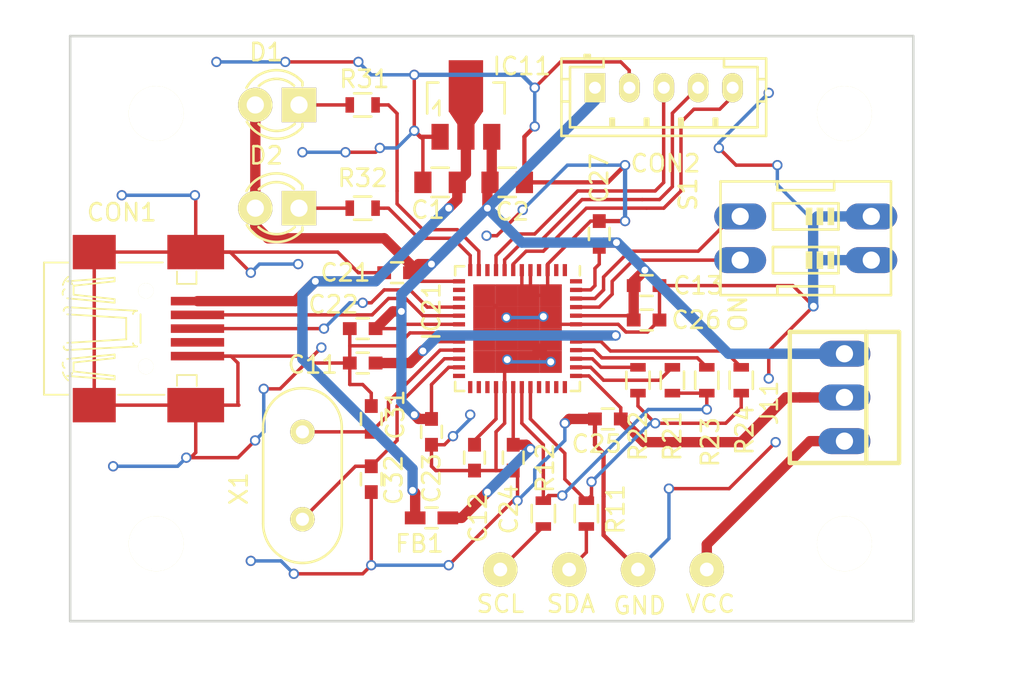
<source format=kicad_pcb>
(kicad_pcb (version 4) (host pcbnew 4.0.1-stable)

  (general
    (links 101)
    (no_connects 11)
    (area 93.11 96.925 153.55 140.425)
    (thickness 1.6)
    (drawings 4)
    (tracks 458)
    (zones 0)
    (modules 40)
    (nets 30)
  )

  (page A4)
  (layers
    (0 F.Cu signal)
    (31 B.Cu signal)
    (32 B.Adhes user)
    (33 F.Adhes user)
    (34 B.Paste user)
    (35 F.Paste user)
    (36 B.SilkS user)
    (37 F.SilkS user)
    (38 B.Mask user)
    (39 F.Mask user)
    (40 Dwgs.User user)
    (41 Cmts.User user)
    (42 Eco1.User user)
    (43 Eco2.User user)
    (44 Edge.Cuts user)
    (45 Margin user)
    (46 B.CrtYd user)
    (47 F.CrtYd user)
    (48 B.Fab user)
    (49 F.Fab user)
  )

  (setup
    (last_trace_width 0.25)
    (user_trace_width 0.2)
    (user_trace_width 0.6)
    (trace_clearance 0.15)
    (zone_clearance 0.5)
    (zone_45_only yes)
    (trace_min 0.15)
    (segment_width 0.2)
    (edge_width 0.15)
    (via_size 0.6)
    (via_drill 0.4)
    (via_min_size 0.4)
    (via_min_drill 0.3)
    (user_via 1.8 0.8)
    (user_via 3.35 3.2)
    (uvia_size 0.3)
    (uvia_drill 0.1)
    (uvias_allowed no)
    (uvia_min_size 0.2)
    (uvia_min_drill 0.1)
    (pcb_text_width 0.3)
    (pcb_text_size 1.5 1.5)
    (mod_edge_width 0.15)
    (mod_text_size 1 1)
    (mod_text_width 0.15)
    (pad_size 1.34874 1.34874)
    (pad_drill 0.89916)
    (pad_to_mask_clearance 0.2)
    (aux_axis_origin 100 100)
    (visible_elements 7FFDFFFF)
    (pcbplotparams
      (layerselection 0x010f0_80000001)
      (usegerberextensions true)
      (usegerberattributes true)
      (excludeedgelayer true)
      (linewidth 0.150000)
      (plotframeref false)
      (viasonmask false)
      (mode 1)
      (useauxorigin true)
      (hpglpennumber 1)
      (hpglpenspeed 20)
      (hpglpendiameter 15)
      (hpglpenoverlay 2)
      (psnegative false)
      (psa4output false)
      (plotreference true)
      (plotvalue true)
      (plotinvisibletext false)
      (padsonsilk false)
      (subtractmaskfromsilk true)
      (outputformat 1)
      (mirror false)
      (drillshape 0)
      (scaleselection 1)
      (outputdirectory "garbar/161012 I2C_MASTER_V20/"))
  )

  (net 0 "")
  (net 1 GND)
  (net 2 D-)
  (net 3 D+)
  (net 4 "Net-(C1-Pad1)")
  (net 5 +3V3)
  (net 6 "Net-(C11-Pad1)")
  (net 7 "Net-(C12-Pad2)")
  (net 8 "Net-(C25-Pad2)")
  (net 9 "Net-(C31-Pad1)")
  (net 10 "Net-(C32-Pad1)")
  (net 11 "Net-(IC21-Pad11)")
  (net 12 "Net-(IC21-Pad12)")
  (net 13 "Net-(IC21-Pad31)")
  (net 14 "Net-(IC21-Pad32)")
  (net 15 "Net-(IC21-Pad38)")
  (net 16 "Net-(IC21-Pad39)")
  (net 17 "Net-(IC21-Pad45)")
  (net 18 "Net-(IC21-Pad46)")
  (net 19 "Net-(P1-Pad1)")
  (net 20 "Net-(P2-Pad1)")
  (net 21 "Net-(D1-Pad1)")
  (net 22 "Net-(D2-Pad1)")
  (net 23 +5VA)
  (net 24 "Net-(CON2-Pad3)")
  (net 25 "Net-(CON2-Pad4)")
  (net 26 "Net-(CON2-Pad5)")
  (net 27 "Net-(IC21-Pad40)")
  (net 28 "Net-(IC21-Pad41)")
  (net 29 "Net-(J11-Pad3)")

  (net_class Default "これは標準のネット クラスです。"
    (clearance 0.15)
    (trace_width 0.25)
    (via_dia 0.6)
    (via_drill 0.4)
    (uvia_dia 0.3)
    (uvia_drill 0.1)
    (add_net +3V3)
    (add_net +5VA)
    (add_net D+)
    (add_net D-)
    (add_net GND)
    (add_net "Net-(C1-Pad1)")
    (add_net "Net-(C11-Pad1)")
    (add_net "Net-(C12-Pad2)")
    (add_net "Net-(C25-Pad2)")
    (add_net "Net-(C31-Pad1)")
    (add_net "Net-(C32-Pad1)")
    (add_net "Net-(CON2-Pad3)")
    (add_net "Net-(CON2-Pad4)")
    (add_net "Net-(CON2-Pad5)")
    (add_net "Net-(D1-Pad1)")
    (add_net "Net-(D2-Pad1)")
    (add_net "Net-(IC21-Pad11)")
    (add_net "Net-(IC21-Pad12)")
    (add_net "Net-(IC21-Pad31)")
    (add_net "Net-(IC21-Pad32)")
    (add_net "Net-(IC21-Pad38)")
    (add_net "Net-(IC21-Pad39)")
    (add_net "Net-(IC21-Pad40)")
    (add_net "Net-(IC21-Pad41)")
    (add_net "Net-(IC21-Pad45)")
    (add_net "Net-(IC21-Pad46)")
    (add_net "Net-(J11-Pad3)")
    (add_net "Net-(P1-Pad1)")
    (add_net "Net-(P2-Pad1)")
  )

  (module Mounting_Holes:MountingHole_3.2mm_M3 (layer F.Cu) (tedit 57FD0A41) (tstamp 57DF8071)
    (at 105 129.5)
    (descr "Mounting Hole 3.2mm, no annular, M3")
    (tags "mounting hole 3.2mm no annular m3")
    (path /57E0FB92)
    (fp_text reference P11 (at -7.25 -0.75) (layer Dwgs.User)
      (effects (font (size 1 1) (thickness 0.15)))
    )
    (fp_text value NC (at -7.3 0.8) (layer F.Fab) hide
      (effects (font (size 1 1) (thickness 0.15)))
    )
    (fp_circle (center 0 0) (end 3.2 0) (layer Cmts.User) (width 0.15))
    (fp_circle (center 0 0) (end 3.45 0) (layer F.CrtYd) (width 0.05))
    (pad 1 np_thru_hole circle (at 0 0) (size 3.2 3.2) (drill 3.2) (layers *.Cu *.Mask F.SilkS))
  )

  (module Mounting_Holes:MountingHole_3.2mm_M3 (layer F.Cu) (tedit 57FD0A62) (tstamp 57DF8076)
    (at 105 104.5)
    (descr "Mounting Hole 3.2mm, no annular, M3")
    (tags "mounting hole 3.2mm no annular m3")
    (path /57E0FFF8)
    (fp_text reference P12 (at -7.5 -0.25) (layer Dwgs.User)
      (effects (font (size 1 1) (thickness 0.15)))
    )
    (fp_text value NC (at -7.3 1.2) (layer F.Fab) hide
      (effects (font (size 1 1) (thickness 0.15)))
    )
    (fp_circle (center 0 0) (end 3.2 0) (layer Cmts.User) (width 0.15))
    (fp_circle (center 0 0) (end 3.45 0) (layer F.CrtYd) (width 0.05))
    (pad 1 np_thru_hole circle (at 0 0) (size 3.2 3.2) (drill 3.2) (layers *.Cu *.Mask F.SilkS))
  )

  (module Mounting_Holes:MountingHole_3.2mm_M3 (layer F.Cu) (tedit 57FD0A17) (tstamp 57DF807B)
    (at 145 104.5)
    (descr "Mounting Hole 3.2mm, no annular, M3")
    (tags "mounting hole 3.2mm no annular m3")
    (path /57E1004F)
    (fp_text reference P13 (at 2.25 -5.75) (layer Dwgs.User)
      (effects (font (size 1 1) (thickness 0.15)))
    )
    (fp_text value NC (at 7.1 -0.1) (layer F.Fab) hide
      (effects (font (size 1 1) (thickness 0.15)))
    )
    (fp_circle (center 0 0) (end 3.2 0) (layer Cmts.User) (width 0.15))
    (fp_circle (center 0 0) (end 3.45 0) (layer F.CrtYd) (width 0.05))
    (pad 1 np_thru_hole circle (at 0 0) (size 3.2 3.2) (drill 3.2) (layers *.Cu *.Mask F.SilkS))
  )

  (module Mounting_Holes:MountingHole_3.2mm_M3 (layer F.Cu) (tedit 57FD0A26) (tstamp 57DF8080)
    (at 145 129.5)
    (descr "Mounting Hole 3.2mm, no annular, M3")
    (tags "mounting hole 3.2mm no annular m3")
    (path /57E100A3)
    (fp_text reference P14 (at 6.25 0.75) (layer Dwgs.User)
      (effects (font (size 1 1) (thickness 0.15)))
    )
    (fp_text value NC (at 7 2.2) (layer F.Fab) hide
      (effects (font (size 1 1) (thickness 0.15)))
    )
    (fp_circle (center 0 0) (end 3.2 0) (layer Cmts.User) (width 0.15))
    (fp_circle (center 0 0) (end 3.45 0) (layer F.CrtYd) (width 0.05))
    (pad 1 np_thru_hole circle (at 0 0) (size 3.2 3.2) (drill 3.2) (layers *.Cu *.Mask F.SilkS))
  )

  (module Capacitors_SMD:C_0603_HandSoldering (layer F.Cu) (tedit 57FE1B09) (tstamp 57DFACDE)
    (at 121 128)
    (descr "Capacitor SMD 0603, hand soldering")
    (tags "capacitor 0603")
    (path /57E13A1B)
    (attr smd)
    (fp_text reference FB1 (at -0.7 1.5) (layer F.SilkS)
      (effects (font (size 1 1) (thickness 0.15)))
    )
    (fp_text value FILTER (at -1.4 8.3) (layer F.Fab)
      (effects (font (size 1 1) (thickness 0.15)))
    )
    (fp_line (start -1.85 -0.75) (end 1.85 -0.75) (layer F.CrtYd) (width 0.05))
    (fp_line (start -1.85 0.75) (end 1.85 0.75) (layer F.CrtYd) (width 0.05))
    (fp_line (start -1.85 -0.75) (end -1.85 0.75) (layer F.CrtYd) (width 0.05))
    (fp_line (start 1.85 -0.75) (end 1.85 0.75) (layer F.CrtYd) (width 0.05))
    (fp_line (start -0.35 -0.6) (end 0.35 -0.6) (layer F.SilkS) (width 0.15))
    (fp_line (start 0.35 0.6) (end -0.35 0.6) (layer F.SilkS) (width 0.15))
    (pad 1 smd rect (at -0.95 0) (size 1.2 0.75) (layers F.Cu F.Paste F.Mask)
      (net 4 "Net-(C1-Pad1)"))
    (pad 2 smd rect (at 0.95 0) (size 1.2 0.75) (layers F.Cu F.Paste F.Mask)
      (net 23 +5VA))
    (model Capacitors_SMD.3dshapes/C_0603_HandSoldering.wrl
      (at (xyz 0 0 0))
      (scale (xyz 1 1 1))
      (rotate (xyz 0 0 0))
    )
  )

  (module TO_SOT_Packages_SMD:SOT89-3_Housing (layer F.Cu) (tedit 57EF26E4) (tstamp 57DFACE7)
    (at 123 104)
    (descr "SOT89-3, Housing,")
    (tags "SOT89-3, Housing,")
    (path /57E00631)
    (attr smd)
    (fp_text reference IC11 (at 3.25 -2.25) (layer F.SilkS)
      (effects (font (size 1 1) (thickness 0.15)))
    )
    (fp_text value S-812-33 (at -2.4 -6) (layer F.Fab)
      (effects (font (size 1 1) (thickness 0.15)))
    )
    (fp_line (start -1.89992 0.20066) (end -1.651 -0.09906) (layer F.SilkS) (width 0.15))
    (fp_line (start -1.651 -0.09906) (end -1.5494 -0.24892) (layer F.SilkS) (width 0.15))
    (fp_line (start -1.5494 -0.24892) (end -1.5494 0.59944) (layer F.SilkS) (width 0.15))
    (fp_line (start -2.25044 -1.30048) (end -2.25044 0.50038) (layer F.SilkS) (width 0.15))
    (fp_line (start -2.25044 -1.30048) (end -1.6002 -1.30048) (layer F.SilkS) (width 0.15))
    (fp_line (start 2.25044 -1.30048) (end 2.25044 0.50038) (layer F.SilkS) (width 0.15))
    (fp_line (start 2.25044 -1.30048) (end 1.6002 -1.30048) (layer F.SilkS) (width 0.15))
    (pad 1 smd rect (at -1.50114 1.85166) (size 1.00076 1.50114) (layers F.Cu F.Paste F.Mask)
      (net 1 GND))
    (pad 2 smd rect (at 0 1.85166) (size 1.00076 1.50114) (layers F.Cu F.Paste F.Mask)
      (net 4 "Net-(C1-Pad1)"))
    (pad 3 smd rect (at 1.50114 1.85166) (size 1.00076 1.50114) (layers F.Cu F.Paste F.Mask)
      (net 5 +3V3))
    (pad 2 smd rect (at 0 -1.09982) (size 1.99898 2.99974) (layers F.Cu F.Paste F.Mask)
      (net 4 "Net-(C1-Pad1)"))
    (pad 2 smd trapezoid (at 0 0.7493 180) (size 1.50114 0.7493) (rect_delta 0 0.50038 ) (layers F.Cu F.Paste F.Mask)
      (net 4 "Net-(C1-Pad1)"))
    (model TO_SOT_Packages_SMD.3dshapes/SOT89-3_Housing.wrl
      (at (xyz 0 0 0))
      (scale (xyz 0.3937 0.3937 0.3937))
      (rotate (xyz 0 0 0))
    )
  )

  (module Housings_DFN_QFN:QFN-48-1EP_7x7mm_Pitch0.5mm (layer F.Cu) (tedit 57FE1997) (tstamp 57DFAD2B)
    (at 126 117 270)
    (descr "UK Package; 48-Lead Plastic QFN (7mm x 7mm); (see Linear Technology QFN_48_05-08-1704.pdf)")
    (tags "QFN 0.5")
    (path /57DF6BA6)
    (attr smd)
    (fp_text reference IC21 (at -1 5 270) (layer F.SilkS)
      (effects (font (size 1 1) (thickness 0.15)))
    )
    (fp_text value CY8C3246_QFN48 (at 22.5 -0.6 360) (layer F.Fab)
      (effects (font (size 1 1) (thickness 0.15)))
    )
    (fp_line (start -4 -4) (end -4 4) (layer F.CrtYd) (width 0.05))
    (fp_line (start 4 -4) (end 4 4) (layer F.CrtYd) (width 0.05))
    (fp_line (start -4 -4) (end 4 -4) (layer F.CrtYd) (width 0.05))
    (fp_line (start -4 4) (end 4 4) (layer F.CrtYd) (width 0.05))
    (fp_line (start 3.625 -3.625) (end 3.625 -3.1) (layer F.SilkS) (width 0.15))
    (fp_line (start -3.625 3.625) (end -3.625 3.1) (layer F.SilkS) (width 0.15))
    (fp_line (start 3.625 3.625) (end 3.625 3.1) (layer F.SilkS) (width 0.15))
    (fp_line (start -3.625 -3.625) (end -3.1 -3.625) (layer F.SilkS) (width 0.15))
    (fp_line (start -3.625 3.625) (end -3.1 3.625) (layer F.SilkS) (width 0.15))
    (fp_line (start 3.625 3.625) (end 3.1 3.625) (layer F.SilkS) (width 0.15))
    (fp_line (start 3.625 -3.625) (end 3.1 -3.625) (layer F.SilkS) (width 0.15))
    (pad 1 smd rect (at -3.4 -2.75 270) (size 0.7 0.25) (layers F.Cu F.Paste F.Mask))
    (pad 2 smd rect (at -3.4 -2.25 270) (size 0.7 0.25) (layers F.Cu F.Paste F.Mask))
    (pad 3 smd rect (at -3.4 -1.75 270) (size 0.7 0.25) (layers F.Cu F.Paste F.Mask)
      (net 1 GND))
    (pad 4 smd rect (at -3.4 -1.25 270) (size 0.7 0.25) (layers F.Cu F.Paste F.Mask))
    (pad 5 smd rect (at -3.4 -0.75 270) (size 0.7 0.25) (layers F.Cu F.Paste F.Mask)
      (net 1 GND))
    (pad 6 smd rect (at -3.4 -0.25 270) (size 0.7 0.25) (layers F.Cu F.Paste F.Mask)
      (net 1 GND))
    (pad 7 smd rect (at -3.4 0.25 270) (size 0.7 0.25) (layers F.Cu F.Paste F.Mask)
      (net 26 "Net-(CON2-Pad5)"))
    (pad 8 smd rect (at -3.4 0.75 270) (size 0.7 0.25) (layers F.Cu F.Paste F.Mask)
      (net 25 "Net-(CON2-Pad4)"))
    (pad 9 smd rect (at -3.4 1.25 270) (size 0.7 0.25) (layers F.Cu F.Paste F.Mask)
      (net 24 "Net-(CON2-Pad3)"))
    (pad 10 smd rect (at -3.4 1.75 270) (size 0.7 0.25) (layers F.Cu F.Paste F.Mask))
    (pad 11 smd rect (at -3.4 2.25 270) (size 0.7 0.25) (layers F.Cu F.Paste F.Mask)
      (net 11 "Net-(IC21-Pad11)"))
    (pad 12 smd rect (at -3.4 2.75 270) (size 0.7 0.25) (layers F.Cu F.Paste F.Mask)
      (net 12 "Net-(IC21-Pad12)"))
    (pad 13 smd rect (at -2.75 3.4) (size 0.7 0.25) (layers F.Cu F.Paste F.Mask)
      (net 5 +3V3))
    (pad 14 smd rect (at -2.25 3.4) (size 0.7 0.25) (layers F.Cu F.Paste F.Mask))
    (pad 15 smd rect (at -1.75 3.4) (size 0.7 0.25) (layers F.Cu F.Paste F.Mask))
    (pad 16 smd rect (at -1.25 3.4) (size 0.7 0.25) (layers F.Cu F.Paste F.Mask)
      (net 3 D+))
    (pad 17 smd rect (at -0.75 3.4) (size 0.7 0.25) (layers F.Cu F.Paste F.Mask)
      (net 2 D-))
    (pad 18 smd rect (at -0.25 3.4) (size 0.7 0.25) (layers F.Cu F.Paste F.Mask)
      (net 5 +3V3))
    (pad 19 smd rect (at 0.25 3.4) (size 0.7 0.25) (layers F.Cu F.Paste F.Mask)
      (net 1 GND))
    (pad 20 smd rect (at 0.75 3.4) (size 0.7 0.25) (layers F.Cu F.Paste F.Mask)
      (net 6 "Net-(C11-Pad1)"))
    (pad 21 smd rect (at 1.25 3.4) (size 0.7 0.25) (layers F.Cu F.Paste F.Mask)
      (net 9 "Net-(C31-Pad1)"))
    (pad 22 smd rect (at 1.75 3.4) (size 0.7 0.25) (layers F.Cu F.Paste F.Mask)
      (net 10 "Net-(C32-Pad1)"))
    (pad 23 smd rect (at 2.25 3.4) (size 0.7 0.25) (layers F.Cu F.Paste F.Mask)
      (net 5 +3V3))
    (pad 24 smd rect (at 2.75 3.4) (size 0.7 0.25) (layers F.Cu F.Paste F.Mask))
    (pad 25 smd rect (at 3.4 2.75 270) (size 0.7 0.25) (layers F.Cu F.Paste F.Mask))
    (pad 26 smd rect (at 3.4 2.25 270) (size 0.7 0.25) (layers F.Cu F.Paste F.Mask))
    (pad 27 smd rect (at 3.4 1.75 270) (size 0.7 0.25) (layers F.Cu F.Paste F.Mask))
    (pad 28 smd rect (at 3.4 1.25 270) (size 0.7 0.25) (layers F.Cu F.Paste F.Mask)
      (net 7 "Net-(C12-Pad2)"))
    (pad 29 smd rect (at 3.4 0.75 270) (size 0.7 0.25) (layers F.Cu F.Paste F.Mask)
      (net 1 GND))
    (pad 30 smd rect (at 3.4 0.25 270) (size 0.7 0.25) (layers F.Cu F.Paste F.Mask)
      (net 23 +5VA))
    (pad 31 smd rect (at 3.4 -0.25 270) (size 0.7 0.25) (layers F.Cu F.Paste F.Mask)
      (net 13 "Net-(IC21-Pad31)"))
    (pad 32 smd rect (at 3.4 -0.75 270) (size 0.7 0.25) (layers F.Cu F.Paste F.Mask)
      (net 14 "Net-(IC21-Pad32)"))
    (pad 33 smd rect (at 3.4 -1.25 270) (size 0.7 0.25) (layers F.Cu F.Paste F.Mask))
    (pad 34 smd rect (at 3.4 -1.75 270) (size 0.7 0.25) (layers F.Cu F.Paste F.Mask))
    (pad 35 smd rect (at 3.4 -2.25 270) (size 0.7 0.25) (layers F.Cu F.Paste F.Mask))
    (pad 36 smd rect (at 3.4 -2.75 270) (size 0.7 0.25) (layers F.Cu F.Paste F.Mask))
    (pad 37 smd rect (at 2.75 -3.4) (size 0.7 0.25) (layers F.Cu F.Paste F.Mask)
      (net 8 "Net-(C25-Pad2)"))
    (pad 38 smd rect (at 2.25 -3.4) (size 0.7 0.25) (layers F.Cu F.Paste F.Mask)
      (net 15 "Net-(IC21-Pad38)"))
    (pad 39 smd rect (at 1.75 -3.4) (size 0.7 0.25) (layers F.Cu F.Paste F.Mask)
      (net 16 "Net-(IC21-Pad39)"))
    (pad 40 smd rect (at 1.25 -3.4) (size 0.7 0.25) (layers F.Cu F.Paste F.Mask)
      (net 27 "Net-(IC21-Pad40)"))
    (pad 41 smd rect (at 0.75 -3.4) (size 0.7 0.25) (layers F.Cu F.Paste F.Mask)
      (net 28 "Net-(IC21-Pad41)"))
    (pad 42 smd rect (at 0.25 -3.4) (size 0.7 0.25) (layers F.Cu F.Paste F.Mask)
      (net 6 "Net-(C11-Pad1)"))
    (pad 43 smd rect (at -0.25 -3.4) (size 0.7 0.25) (layers F.Cu F.Paste F.Mask)
      (net 1 GND))
    (pad 44 smd rect (at -0.75 -3.4) (size 0.7 0.25) (layers F.Cu F.Paste F.Mask)
      (net 5 +3V3))
    (pad 45 smd rect (at -1.25 -3.4) (size 0.7 0.25) (layers F.Cu F.Paste F.Mask)
      (net 17 "Net-(IC21-Pad45)"))
    (pad 46 smd rect (at -1.75 -3.4) (size 0.7 0.25) (layers F.Cu F.Paste F.Mask)
      (net 18 "Net-(IC21-Pad46)"))
    (pad 47 smd rect (at -2.25 -3.4) (size 0.7 0.25) (layers F.Cu F.Paste F.Mask)
      (net 5 +3V3))
    (pad 48 smd rect (at -2.75 -3.4) (size 0.7 0.25) (layers F.Cu F.Paste F.Mask))
    (pad 49 smd rect (at 1.93125 1.93125 270) (size 1.2875 1.2875) (layers F.Cu F.Paste F.Mask)
      (net 1 GND) (solder_paste_margin_ratio -0.2))
    (pad 49 smd rect (at 1.93125 0.64375 270) (size 1.2875 1.2875) (layers F.Cu F.Paste F.Mask)
      (net 1 GND) (solder_paste_margin_ratio -0.2))
    (pad 49 smd rect (at 1.93125 -0.64375 270) (size 1.2875 1.2875) (layers F.Cu F.Paste F.Mask)
      (net 1 GND) (solder_paste_margin_ratio -0.2))
    (pad 49 smd rect (at 1.93125 -1.93125 270) (size 1.2875 1.2875) (layers F.Cu F.Paste F.Mask)
      (net 1 GND) (solder_paste_margin_ratio -0.2))
    (pad 49 smd rect (at 0.64375 1.93125 270) (size 1.2875 1.2875) (layers F.Cu F.Paste F.Mask)
      (net 1 GND) (solder_paste_margin_ratio -0.2))
    (pad 49 smd rect (at 0.64375 0.64375 270) (size 1.2875 1.2875) (layers F.Cu F.Paste F.Mask)
      (net 1 GND) (solder_paste_margin_ratio -0.2))
    (pad 49 smd rect (at 0.64375 -0.64375 270) (size 1.2875 1.2875) (layers F.Cu F.Paste F.Mask)
      (net 1 GND) (solder_paste_margin_ratio -0.2))
    (pad 49 smd rect (at 0.64375 -1.93125 270) (size 1.2875 1.2875) (layers F.Cu F.Paste F.Mask)
      (net 1 GND) (solder_paste_margin_ratio -0.2))
    (pad 49 smd rect (at -0.64375 1.93125 270) (size 1.2875 1.2875) (layers F.Cu F.Paste F.Mask)
      (net 1 GND) (solder_paste_margin_ratio -0.2))
    (pad 49 smd rect (at -0.64375 0.64375 270) (size 1.2875 1.2875) (layers F.Cu F.Paste F.Mask)
      (net 1 GND) (solder_paste_margin_ratio -0.2))
    (pad 49 smd rect (at -0.64375 -0.64375 270) (size 1.2875 1.2875) (layers F.Cu F.Paste F.Mask)
      (net 1 GND) (solder_paste_margin_ratio -0.2))
    (pad 49 smd rect (at -0.64375 -1.93125 270) (size 1.2875 1.2875) (layers F.Cu F.Paste F.Mask)
      (net 1 GND) (solder_paste_margin_ratio -0.2))
    (pad 49 smd rect (at -1.93125 1.93125 270) (size 1.2875 1.2875) (layers F.Cu F.Paste F.Mask)
      (net 1 GND) (solder_paste_margin_ratio -0.2))
    (pad 49 smd rect (at -1.93125 0.64375 270) (size 1.2875 1.2875) (layers F.Cu F.Paste F.Mask)
      (net 1 GND) (solder_paste_margin_ratio -0.2))
    (pad 49 smd rect (at -1.93125 -0.64375 270) (size 1.2875 1.2875) (layers F.Cu F.Paste F.Mask)
      (net 1 GND) (solder_paste_margin_ratio -0.2))
    (pad 49 smd rect (at -1.93125 -1.93125 270) (size 1.2875 1.2875) (layers F.Cu F.Paste F.Mask)
      (net 1 GND) (solder_paste_margin_ratio -0.2))
    (model Housings_DFN_QFN.3dshapes/QFN-48-1EP_7x7mm_Pitch0.5mm.wrl
      (at (xyz 0 0 0))
      (scale (xyz 1 1 1))
      (rotate (xyz 0 0 0))
    )
  )

  (module Crystals:HC-49V (layer F.Cu) (tedit 57FD0AD9) (tstamp 57DFAD5D)
    (at 113.5 123 270)
    (descr "Quartz boitier HC-49 Vertical")
    (tags "QUARTZ DEV")
    (path /57DF71A6)
    (fp_text reference X1 (at 3.3 3.7 270) (layer F.SilkS)
      (effects (font (size 1 1) (thickness 0.15)))
    )
    (fp_text value Crystal (at 2.3 1.5 270) (layer F.Fab)
      (effects (font (size 1 1) (thickness 0.15)))
    )
    (fp_line (start 5.35 2.8) (end -0.25 2.8) (layer F.CrtYd) (width 0.05))
    (fp_line (start -0.25 -2.8) (end 5.35 -2.8) (layer F.CrtYd) (width 0.05))
    (fp_arc (start -0.25 0) (end -0.25 2.8) (angle 180) (layer F.CrtYd) (width 0.05))
    (fp_arc (start 5.35 0) (end 5.35 -2.8) (angle 180) (layer F.CrtYd) (width 0.05))
    (fp_arc (start 5.334 0) (end 5.334 -2.286) (angle 180) (layer F.SilkS) (width 0.15))
    (fp_arc (start -0.254 0) (end -0.254 2.286) (angle 180) (layer F.SilkS) (width 0.15))
    (fp_line (start -0.254 2.286) (end 5.334 2.286) (layer F.SilkS) (width 0.15))
    (fp_line (start -0.254 -2.286) (end 5.334 -2.286) (layer F.SilkS) (width 0.15))
    (pad 1 thru_hole circle (at 0 0 270) (size 1.4224 1.4224) (drill 0.762) (layers *.Cu *.Mask F.SilkS)
      (net 9 "Net-(C31-Pad1)"))
    (pad 2 thru_hole circle (at 5.08 0 270) (size 1.4224 1.4224) (drill 0.762) (layers *.Cu *.Mask F.SilkS)
      (net 10 "Net-(C32-Pad1)"))
    (model Crystals.3dshapes/HC-49V.wrl
      (at (xyz 0.1 0 0))
      (scale (xyz 1 1 0.2))
      (rotate (xyz 0 0 0))
    )
  )

  (module Wire_Pads:SolderWirePad_single_0-8mmDrill (layer F.Cu) (tedit 57EF2692) (tstamp 57DFAF8C)
    (at 125 130.75)
    (path /57E1BE4C)
    (fp_text reference P1 (at -0.5 6.75) (layer Dwgs.User)
      (effects (font (size 1 1) (thickness 0.15)))
    )
    (fp_text value SCL (at 0 2.25) (layer F.SilkS)
      (effects (font (size 1 1) (thickness 0.15)))
    )
    (pad 1 thru_hole circle (at 0 0.25) (size 1.99898 1.99898) (drill 0.8001) (layers *.Cu *.Mask F.SilkS)
      (net 19 "Net-(P1-Pad1)"))
  )

  (module Wire_Pads:SolderWirePad_single_0-8mmDrill (layer F.Cu) (tedit 57EF268F) (tstamp 57DFAF90)
    (at 128.75 131)
    (path /57E1BDCD)
    (fp_text reference P2 (at 0 6.5) (layer Dwgs.User)
      (effects (font (size 1 1) (thickness 0.15)))
    )
    (fp_text value SDA (at 0.35 2) (layer F.SilkS)
      (effects (font (size 1 1) (thickness 0.15)))
    )
    (pad 1 thru_hole circle (at 0.25 0) (size 1.99898 1.99898) (drill 0.8001) (layers *.Cu *.Mask F.SilkS)
      (net 20 "Net-(P2-Pad1)"))
  )

  (module Wire_Pads:SolderWirePad_single_0-8mmDrill (layer F.Cu) (tedit 57FD0A35) (tstamp 57DFAF94)
    (at 135.75 131)
    (path /57E223E2)
    (fp_text reference P3 (at 1.15 5.2) (layer Dwgs.User) hide
      (effects (font (size 1 1) (thickness 0.15)))
    )
    (fp_text value VCC (at 1.45 2) (layer F.SilkS)
      (effects (font (size 1 1) (thickness 0.15)))
    )
    (pad 1 thru_hole circle (at 1.25 0) (size 1.99898 1.99898) (drill 0.8001) (layers *.Cu *.Mask F.SilkS)
      (net 29 "Net-(J11-Pad3)"))
  )

  (module Wire_Pads:SolderWirePad_single_0-8mmDrill (layer F.Cu) (tedit 57EF268D) (tstamp 57DFAF98)
    (at 132.5 131)
    (path /57E226D5)
    (fp_text reference P4 (at 0.5 6.25) (layer Dwgs.User)
      (effects (font (size 1 1) (thickness 0.15)))
    )
    (fp_text value GND (at 0.6 2.1) (layer F.SilkS)
      (effects (font (size 1 1) (thickness 0.15)))
    )
    (pad 1 thru_hole circle (at 0.5 0) (size 1.99898 1.99898) (drill 0.8001) (layers *.Cu *.Mask F.SilkS)
      (net 1 GND))
  )

  (module Capacitors_SMD:C_0805 (layer F.Cu) (tedit 57FD0AB2) (tstamp 57DFCBC7)
    (at 121.5 108.5 180)
    (descr "Capacitor SMD 0805, reflow soldering, AVX (see smccp.pdf)")
    (tags "capacitor 0805")
    (path /57E00E8C)
    (attr smd)
    (fp_text reference C1 (at 0.7 -1.6 180) (layer F.SilkS)
      (effects (font (size 1 1) (thickness 0.15)))
    )
    (fp_text value 10u (at 0 0.1 180) (layer F.Fab)
      (effects (font (size 1 1) (thickness 0.15)))
    )
    (fp_line (start -1.8 -1) (end 1.8 -1) (layer F.CrtYd) (width 0.05))
    (fp_line (start -1.8 1) (end 1.8 1) (layer F.CrtYd) (width 0.05))
    (fp_line (start -1.8 -1) (end -1.8 1) (layer F.CrtYd) (width 0.05))
    (fp_line (start 1.8 -1) (end 1.8 1) (layer F.CrtYd) (width 0.05))
    (fp_line (start 0.5 -0.85) (end -0.5 -0.85) (layer F.SilkS) (width 0.15))
    (fp_line (start -0.5 0.85) (end 0.5 0.85) (layer F.SilkS) (width 0.15))
    (pad 1 smd rect (at -1 0 180) (size 1 1.25) (layers F.Cu F.Paste F.Mask)
      (net 4 "Net-(C1-Pad1)"))
    (pad 2 smd rect (at 1 0 180) (size 1 1.25) (layers F.Cu F.Paste F.Mask)
      (net 1 GND))
    (model Capacitors_SMD.3dshapes/C_0805.wrl
      (at (xyz 0 0 0))
      (scale (xyz 1 1 1))
      (rotate (xyz 0 0 0))
    )
  )

  (module Capacitors_SMD:C_0805 (layer F.Cu) (tedit 57FD0AB5) (tstamp 57DFCBCC)
    (at 125.4 108.5)
    (descr "Capacitor SMD 0805, reflow soldering, AVX (see smccp.pdf)")
    (tags "capacitor 0805")
    (path /57E013B6)
    (attr smd)
    (fp_text reference C2 (at 0.3 1.7) (layer F.SilkS)
      (effects (font (size 1 1) (thickness 0.15)))
    )
    (fp_text value 10u (at -0.2 -0.2) (layer F.Fab)
      (effects (font (size 1 1) (thickness 0.15)))
    )
    (fp_line (start -1.8 -1) (end 1.8 -1) (layer F.CrtYd) (width 0.05))
    (fp_line (start -1.8 1) (end 1.8 1) (layer F.CrtYd) (width 0.05))
    (fp_line (start -1.8 -1) (end -1.8 1) (layer F.CrtYd) (width 0.05))
    (fp_line (start 1.8 -1) (end 1.8 1) (layer F.CrtYd) (width 0.05))
    (fp_line (start 0.5 -0.85) (end -0.5 -0.85) (layer F.SilkS) (width 0.15))
    (fp_line (start -0.5 0.85) (end 0.5 0.85) (layer F.SilkS) (width 0.15))
    (pad 1 smd rect (at -1 0) (size 1 1.25) (layers F.Cu F.Paste F.Mask)
      (net 5 +3V3))
    (pad 2 smd rect (at 1 0) (size 1 1.25) (layers F.Cu F.Paste F.Mask)
      (net 1 GND))
    (model Capacitors_SMD.3dshapes/C_0805.wrl
      (at (xyz 0 0 0))
      (scale (xyz 1 1 1))
      (rotate (xyz 0 0 0))
    )
  )

  (module Capacitors_SMD:C_0603 (layer F.Cu) (tedit 57FE1B27) (tstamp 57DFCBD1)
    (at 117 119 180)
    (descr "Capacitor SMD 0603, reflow soldering, AVX (see smccp.pdf)")
    (tags "capacitor 0603")
    (path /57DF7848)
    (attr smd)
    (fp_text reference C11 (at 2.9 -0.1 180) (layer F.SilkS)
      (effects (font (size 1 1) (thickness 0.15)))
    )
    (fp_text value 1u (at -0.1 0.1 180) (layer F.Fab)
      (effects (font (size 1 1) (thickness 0.15)))
    )
    (fp_line (start -1.45 -0.75) (end 1.45 -0.75) (layer F.CrtYd) (width 0.05))
    (fp_line (start -1.45 0.75) (end 1.45 0.75) (layer F.CrtYd) (width 0.05))
    (fp_line (start -1.45 -0.75) (end -1.45 0.75) (layer F.CrtYd) (width 0.05))
    (fp_line (start 1.45 -0.75) (end 1.45 0.75) (layer F.CrtYd) (width 0.05))
    (fp_line (start -0.35 -0.6) (end 0.35 -0.6) (layer F.SilkS) (width 0.15))
    (fp_line (start 0.35 0.6) (end -0.35 0.6) (layer F.SilkS) (width 0.15))
    (pad 1 smd rect (at -0.75 0 180) (size 0.8 0.75) (layers F.Cu F.Paste F.Mask)
      (net 6 "Net-(C11-Pad1)"))
    (pad 2 smd rect (at 0.75 0 180) (size 0.8 0.75) (layers F.Cu F.Paste F.Mask)
      (net 1 GND))
    (model Capacitors_SMD.3dshapes/C_0603.wrl
      (at (xyz 0 0 0))
      (scale (xyz 1 1 1))
      (rotate (xyz 0 0 0))
    )
  )

  (module Capacitors_SMD:C_0603 (layer F.Cu) (tedit 57FE1B07) (tstamp 57DFCBD6)
    (at 123.5 124.5 90)
    (descr "Capacitor SMD 0603, reflow soldering, AVX (see smccp.pdf)")
    (tags "capacitor 0603")
    (path /57DF8B95)
    (attr smd)
    (fp_text reference C12 (at -3.5 0.2 90) (layer F.SilkS)
      (effects (font (size 1 1) (thickness 0.15)))
    )
    (fp_text value 1u (at 0.1 0.1 90) (layer F.Fab)
      (effects (font (size 1 1) (thickness 0.15)))
    )
    (fp_line (start -1.45 -0.75) (end 1.45 -0.75) (layer F.CrtYd) (width 0.05))
    (fp_line (start -1.45 0.75) (end 1.45 0.75) (layer F.CrtYd) (width 0.05))
    (fp_line (start -1.45 -0.75) (end -1.45 0.75) (layer F.CrtYd) (width 0.05))
    (fp_line (start 1.45 -0.75) (end 1.45 0.75) (layer F.CrtYd) (width 0.05))
    (fp_line (start -0.35 -0.6) (end 0.35 -0.6) (layer F.SilkS) (width 0.15))
    (fp_line (start 0.35 0.6) (end -0.35 0.6) (layer F.SilkS) (width 0.15))
    (pad 1 smd rect (at -0.75 0 90) (size 0.8 0.75) (layers F.Cu F.Paste F.Mask)
      (net 1 GND))
    (pad 2 smd rect (at 0.75 0 90) (size 0.8 0.75) (layers F.Cu F.Paste F.Mask)
      (net 7 "Net-(C12-Pad2)"))
    (model Capacitors_SMD.3dshapes/C_0603.wrl
      (at (xyz 0 0 0))
      (scale (xyz 1 1 1))
      (rotate (xyz 0 0 0))
    )
  )

  (module Capacitors_SMD:C_0603 (layer F.Cu) (tedit 57FD0B14) (tstamp 57DFCBDB)
    (at 133.5 114.5 180)
    (descr "Capacitor SMD 0603, reflow soldering, AVX (see smccp.pdf)")
    (tags "capacitor 0603")
    (path /57DF8DA5)
    (attr smd)
    (fp_text reference C13 (at -3 0 180) (layer F.SilkS)
      (effects (font (size 1 1) (thickness 0.15)))
    )
    (fp_text value 1u (at -0.1 0.25 180) (layer F.Fab)
      (effects (font (size 1 1) (thickness 0.15)))
    )
    (fp_line (start -1.45 -0.75) (end 1.45 -0.75) (layer F.CrtYd) (width 0.05))
    (fp_line (start -1.45 0.75) (end 1.45 0.75) (layer F.CrtYd) (width 0.05))
    (fp_line (start -1.45 -0.75) (end -1.45 0.75) (layer F.CrtYd) (width 0.05))
    (fp_line (start 1.45 -0.75) (end 1.45 0.75) (layer F.CrtYd) (width 0.05))
    (fp_line (start -0.35 -0.6) (end 0.35 -0.6) (layer F.SilkS) (width 0.15))
    (fp_line (start 0.35 0.6) (end -0.35 0.6) (layer F.SilkS) (width 0.15))
    (pad 1 smd rect (at -0.75 0 180) (size 0.8 0.75) (layers F.Cu F.Paste F.Mask)
      (net 1 GND))
    (pad 2 smd rect (at 0.75 0 180) (size 0.8 0.75) (layers F.Cu F.Paste F.Mask)
      (net 5 +3V3))
    (model Capacitors_SMD.3dshapes/C_0603.wrl
      (at (xyz 0 0 0))
      (scale (xyz 1 1 1))
      (rotate (xyz 0 0 0))
    )
  )

  (module Capacitors_SMD:C_0603 (layer F.Cu) (tedit 57FD0AAD) (tstamp 57DFCBE0)
    (at 119 113.75 180)
    (descr "Capacitor SMD 0603, reflow soldering, AVX (see smccp.pdf)")
    (tags "capacitor 0603")
    (path /57DF77D5)
    (attr smd)
    (fp_text reference C21 (at 3 0 180) (layer F.SilkS)
      (effects (font (size 1 1) (thickness 0.15)))
    )
    (fp_text value 0.1u (at 0 0.05 180) (layer F.Fab)
      (effects (font (size 1 1) (thickness 0.15)))
    )
    (fp_line (start -1.45 -0.75) (end 1.45 -0.75) (layer F.CrtYd) (width 0.05))
    (fp_line (start -1.45 0.75) (end 1.45 0.75) (layer F.CrtYd) (width 0.05))
    (fp_line (start -1.45 -0.75) (end -1.45 0.75) (layer F.CrtYd) (width 0.05))
    (fp_line (start 1.45 -0.75) (end 1.45 0.75) (layer F.CrtYd) (width 0.05))
    (fp_line (start -0.35 -0.6) (end 0.35 -0.6) (layer F.SilkS) (width 0.15))
    (fp_line (start 0.35 0.6) (end -0.35 0.6) (layer F.SilkS) (width 0.15))
    (pad 1 smd rect (at -0.75 0 180) (size 0.8 0.75) (layers F.Cu F.Paste F.Mask)
      (net 5 +3V3))
    (pad 2 smd rect (at 0.75 0 180) (size 0.8 0.75) (layers F.Cu F.Paste F.Mask)
      (net 1 GND))
    (model Capacitors_SMD.3dshapes/C_0603.wrl
      (at (xyz 0 0 0))
      (scale (xyz 1 1 1))
      (rotate (xyz 0 0 0))
    )
  )

  (module Capacitors_SMD:C_0603 (layer F.Cu) (tedit 57FE1B24) (tstamp 57DFCBE5)
    (at 117 117 180)
    (descr "Capacitor SMD 0603, reflow soldering, AVX (see smccp.pdf)")
    (tags "capacitor 0603")
    (path /57DF7886)
    (attr smd)
    (fp_text reference C22 (at 1.7 1.4 180) (layer F.SilkS)
      (effects (font (size 1 1) (thickness 0.15)))
    )
    (fp_text value 0.1u (at 0 0.1 180) (layer F.Fab)
      (effects (font (size 1 1) (thickness 0.15)))
    )
    (fp_line (start -1.45 -0.75) (end 1.45 -0.75) (layer F.CrtYd) (width 0.05))
    (fp_line (start -1.45 0.75) (end 1.45 0.75) (layer F.CrtYd) (width 0.05))
    (fp_line (start -1.45 -0.75) (end -1.45 0.75) (layer F.CrtYd) (width 0.05))
    (fp_line (start 1.45 -0.75) (end 1.45 0.75) (layer F.CrtYd) (width 0.05))
    (fp_line (start -0.35 -0.6) (end 0.35 -0.6) (layer F.SilkS) (width 0.15))
    (fp_line (start 0.35 0.6) (end -0.35 0.6) (layer F.SilkS) (width 0.15))
    (pad 1 smd rect (at -0.75 0 180) (size 0.8 0.75) (layers F.Cu F.Paste F.Mask)
      (net 5 +3V3))
    (pad 2 smd rect (at 0.75 0 180) (size 0.8 0.75) (layers F.Cu F.Paste F.Mask)
      (net 1 GND))
    (model Capacitors_SMD.3dshapes/C_0603.wrl
      (at (xyz 0 0 0))
      (scale (xyz 1 1 1))
      (rotate (xyz 0 0 0))
    )
  )

  (module Capacitors_SMD:C_0603 (layer F.Cu) (tedit 57FD0AEC) (tstamp 57DFCBEA)
    (at 121 123 270)
    (descr "Capacitor SMD 0603, reflow soldering, AVX (see smccp.pdf)")
    (tags "capacitor 0603")
    (path /57DF75E2)
    (attr smd)
    (fp_text reference C23 (at 2.7 0 270) (layer F.SilkS)
      (effects (font (size 1 1) (thickness 0.15)))
    )
    (fp_text value 0.1u (at 0 0.2 270) (layer F.Fab)
      (effects (font (size 1 1) (thickness 0.15)))
    )
    (fp_line (start -1.45 -0.75) (end 1.45 -0.75) (layer F.CrtYd) (width 0.05))
    (fp_line (start -1.45 0.75) (end 1.45 0.75) (layer F.CrtYd) (width 0.05))
    (fp_line (start -1.45 -0.75) (end -1.45 0.75) (layer F.CrtYd) (width 0.05))
    (fp_line (start 1.45 -0.75) (end 1.45 0.75) (layer F.CrtYd) (width 0.05))
    (fp_line (start -0.35 -0.6) (end 0.35 -0.6) (layer F.SilkS) (width 0.15))
    (fp_line (start 0.35 0.6) (end -0.35 0.6) (layer F.SilkS) (width 0.15))
    (pad 1 smd rect (at -0.75 0 270) (size 0.8 0.75) (layers F.Cu F.Paste F.Mask)
      (net 5 +3V3))
    (pad 2 smd rect (at 0.75 0 270) (size 0.8 0.75) (layers F.Cu F.Paste F.Mask)
      (net 1 GND))
    (model Capacitors_SMD.3dshapes/C_0603.wrl
      (at (xyz 0 0 0))
      (scale (xyz 1 1 1))
      (rotate (xyz 0 0 0))
    )
  )

  (module Capacitors_SMD:C_0603 (layer F.Cu) (tedit 57FE1AFC) (tstamp 57DFCBEF)
    (at 125.75 124.5 90)
    (descr "Capacitor SMD 0603, reflow soldering, AVX (see smccp.pdf)")
    (tags "capacitor 0603")
    (path /57DF8C15)
    (attr smd)
    (fp_text reference C24 (at -3 -0.25 90) (layer F.SilkS)
      (effects (font (size 1 1) (thickness 0.15)))
    )
    (fp_text value 0.1u (at 0.2 0.15 90) (layer F.Fab)
      (effects (font (size 1 1) (thickness 0.15)))
    )
    (fp_line (start -1.45 -0.75) (end 1.45 -0.75) (layer F.CrtYd) (width 0.05))
    (fp_line (start -1.45 0.75) (end 1.45 0.75) (layer F.CrtYd) (width 0.05))
    (fp_line (start -1.45 -0.75) (end -1.45 0.75) (layer F.CrtYd) (width 0.05))
    (fp_line (start 1.45 -0.75) (end 1.45 0.75) (layer F.CrtYd) (width 0.05))
    (fp_line (start -0.35 -0.6) (end 0.35 -0.6) (layer F.SilkS) (width 0.15))
    (fp_line (start 0.35 0.6) (end -0.35 0.6) (layer F.SilkS) (width 0.15))
    (pad 1 smd rect (at -0.75 0 90) (size 0.8 0.75) (layers F.Cu F.Paste F.Mask)
      (net 1 GND))
    (pad 2 smd rect (at 0.75 0 90) (size 0.8 0.75) (layers F.Cu F.Paste F.Mask)
      (net 23 +5VA))
    (model Capacitors_SMD.3dshapes/C_0603.wrl
      (at (xyz 0 0 0))
      (scale (xyz 1 1 1))
      (rotate (xyz 0 0 0))
    )
  )

  (module Capacitors_SMD:C_0603 (layer F.Cu) (tedit 57FE1AC9) (tstamp 57DFCBF4)
    (at 131.25 122.25)
    (descr "Capacitor SMD 0603, reflow soldering, AVX (see smccp.pdf)")
    (tags "capacitor 0603")
    (path /57DF8CC4)
    (attr smd)
    (fp_text reference C25 (at -0.65 1.45) (layer F.SilkS)
      (effects (font (size 1 1) (thickness 0.15)))
    )
    (fp_text value 0.1u (at -0.25 -0.05) (layer F.Fab)
      (effects (font (size 1 1) (thickness 0.15)))
    )
    (fp_line (start -1.45 -0.75) (end 1.45 -0.75) (layer F.CrtYd) (width 0.05))
    (fp_line (start -1.45 0.75) (end 1.45 0.75) (layer F.CrtYd) (width 0.05))
    (fp_line (start -1.45 -0.75) (end -1.45 0.75) (layer F.CrtYd) (width 0.05))
    (fp_line (start 1.45 -0.75) (end 1.45 0.75) (layer F.CrtYd) (width 0.05))
    (fp_line (start -0.35 -0.6) (end 0.35 -0.6) (layer F.SilkS) (width 0.15))
    (fp_line (start 0.35 0.6) (end -0.35 0.6) (layer F.SilkS) (width 0.15))
    (pad 1 smd rect (at -0.75 0) (size 0.8 0.75) (layers F.Cu F.Paste F.Mask)
      (net 1 GND))
    (pad 2 smd rect (at 0.75 0) (size 0.8 0.75) (layers F.Cu F.Paste F.Mask)
      (net 8 "Net-(C25-Pad2)"))
    (model Capacitors_SMD.3dshapes/C_0603.wrl
      (at (xyz 0 0 0))
      (scale (xyz 1 1 1))
      (rotate (xyz 0 0 0))
    )
  )

  (module Capacitors_SMD:C_0603 (layer F.Cu) (tedit 57FD0B11) (tstamp 57DFCBF9)
    (at 133.5 116.5 180)
    (descr "Capacitor SMD 0603, reflow soldering, AVX (see smccp.pdf)")
    (tags "capacitor 0603")
    (path /57DF8D48)
    (attr smd)
    (fp_text reference C26 (at -2.9 0 180) (layer F.SilkS)
      (effects (font (size 1 1) (thickness 0.15)))
    )
    (fp_text value 0.1u (at -0.2 -0.2 180) (layer F.Fab)
      (effects (font (size 1 1) (thickness 0.15)))
    )
    (fp_line (start -1.45 -0.75) (end 1.45 -0.75) (layer F.CrtYd) (width 0.05))
    (fp_line (start -1.45 0.75) (end 1.45 0.75) (layer F.CrtYd) (width 0.05))
    (fp_line (start -1.45 -0.75) (end -1.45 0.75) (layer F.CrtYd) (width 0.05))
    (fp_line (start 1.45 -0.75) (end 1.45 0.75) (layer F.CrtYd) (width 0.05))
    (fp_line (start -0.35 -0.6) (end 0.35 -0.6) (layer F.SilkS) (width 0.15))
    (fp_line (start 0.35 0.6) (end -0.35 0.6) (layer F.SilkS) (width 0.15))
    (pad 1 smd rect (at -0.75 0 180) (size 0.8 0.75) (layers F.Cu F.Paste F.Mask)
      (net 1 GND))
    (pad 2 smd rect (at 0.75 0 180) (size 0.8 0.75) (layers F.Cu F.Paste F.Mask)
      (net 5 +3V3))
    (model Capacitors_SMD.3dshapes/C_0603.wrl
      (at (xyz 0 0 0))
      (scale (xyz 1 1 1))
      (rotate (xyz 0 0 0))
    )
  )

  (module Capacitors_SMD:C_0603 (layer F.Cu) (tedit 57FD0B19) (tstamp 57DFCBFE)
    (at 130.75 111.5 270)
    (descr "Capacitor SMD 0603, reflow soldering, AVX (see smccp.pdf)")
    (tags "capacitor 0603")
    (path /57DF8E46)
    (attr smd)
    (fp_text reference C27 (at -3.25 0 270) (layer F.SilkS)
      (effects (font (size 1 1) (thickness 0.15)))
    )
    (fp_text value 0.1u (at 0.1 0.15 270) (layer F.Fab)
      (effects (font (size 1 1) (thickness 0.15)))
    )
    (fp_line (start -1.45 -0.75) (end 1.45 -0.75) (layer F.CrtYd) (width 0.05))
    (fp_line (start -1.45 0.75) (end 1.45 0.75) (layer F.CrtYd) (width 0.05))
    (fp_line (start -1.45 -0.75) (end -1.45 0.75) (layer F.CrtYd) (width 0.05))
    (fp_line (start 1.45 -0.75) (end 1.45 0.75) (layer F.CrtYd) (width 0.05))
    (fp_line (start -0.35 -0.6) (end 0.35 -0.6) (layer F.SilkS) (width 0.15))
    (fp_line (start 0.35 0.6) (end -0.35 0.6) (layer F.SilkS) (width 0.15))
    (pad 1 smd rect (at -0.75 0 270) (size 0.8 0.75) (layers F.Cu F.Paste F.Mask)
      (net 1 GND))
    (pad 2 smd rect (at 0.75 0 270) (size 0.8 0.75) (layers F.Cu F.Paste F.Mask)
      (net 5 +3V3))
    (model Capacitors_SMD.3dshapes/C_0603.wrl
      (at (xyz 0 0 0))
      (scale (xyz 1 1 1))
      (rotate (xyz 0 0 0))
    )
  )

  (module Capacitors_SMD:C_0603 (layer F.Cu) (tedit 57FD0AC1) (tstamp 57DFCC03)
    (at 117.5 122.25 90)
    (descr "Capacitor SMD 0603, reflow soldering, AVX (see smccp.pdf)")
    (tags "capacitor 0603")
    (path /57DF724B)
    (attr smd)
    (fp_text reference C31 (at 0.25 1.4 90) (layer F.SilkS)
      (effects (font (size 1 1) (thickness 0.15)))
    )
    (fp_text value 22p (at 0.25 -0.1 90) (layer F.Fab)
      (effects (font (size 1 1) (thickness 0.15)))
    )
    (fp_line (start -1.45 -0.75) (end 1.45 -0.75) (layer F.CrtYd) (width 0.05))
    (fp_line (start -1.45 0.75) (end 1.45 0.75) (layer F.CrtYd) (width 0.05))
    (fp_line (start -1.45 -0.75) (end -1.45 0.75) (layer F.CrtYd) (width 0.05))
    (fp_line (start 1.45 -0.75) (end 1.45 0.75) (layer F.CrtYd) (width 0.05))
    (fp_line (start -0.35 -0.6) (end 0.35 -0.6) (layer F.SilkS) (width 0.15))
    (fp_line (start 0.35 0.6) (end -0.35 0.6) (layer F.SilkS) (width 0.15))
    (pad 1 smd rect (at -0.75 0 90) (size 0.8 0.75) (layers F.Cu F.Paste F.Mask)
      (net 9 "Net-(C31-Pad1)"))
    (pad 2 smd rect (at 0.75 0 90) (size 0.8 0.75) (layers F.Cu F.Paste F.Mask)
      (net 1 GND))
    (model Capacitors_SMD.3dshapes/C_0603.wrl
      (at (xyz 0 0 0))
      (scale (xyz 1 1 1))
      (rotate (xyz 0 0 0))
    )
  )

  (module Capacitors_SMD:C_0603 (layer F.Cu) (tedit 57FD0ABE) (tstamp 57DFCC08)
    (at 117.5 125.75 270)
    (descr "Capacitor SMD 0603, reflow soldering, AVX (see smccp.pdf)")
    (tags "capacitor 0603")
    (path /57DF7358)
    (attr smd)
    (fp_text reference C32 (at 0.05 -1.3 270) (layer F.SilkS)
      (effects (font (size 1 1) (thickness 0.15)))
    )
    (fp_text value 22p (at -0.05 0.3 270) (layer F.Fab)
      (effects (font (size 1 1) (thickness 0.15)))
    )
    (fp_line (start -1.45 -0.75) (end 1.45 -0.75) (layer F.CrtYd) (width 0.05))
    (fp_line (start -1.45 0.75) (end 1.45 0.75) (layer F.CrtYd) (width 0.05))
    (fp_line (start -1.45 -0.75) (end -1.45 0.75) (layer F.CrtYd) (width 0.05))
    (fp_line (start 1.45 -0.75) (end 1.45 0.75) (layer F.CrtYd) (width 0.05))
    (fp_line (start -0.35 -0.6) (end 0.35 -0.6) (layer F.SilkS) (width 0.15))
    (fp_line (start 0.35 0.6) (end -0.35 0.6) (layer F.SilkS) (width 0.15))
    (pad 1 smd rect (at -0.75 0 270) (size 0.8 0.75) (layers F.Cu F.Paste F.Mask)
      (net 10 "Net-(C32-Pad1)"))
    (pad 2 smd rect (at 0.75 0 270) (size 0.8 0.75) (layers F.Cu F.Paste F.Mask)
      (net 1 GND))
    (model Capacitors_SMD.3dshapes/C_0603.wrl
      (at (xyz 0 0 0))
      (scale (xyz 1 1 1))
      (rotate (xyz 0 0 0))
    )
  )

  (module Resistors_SMD:R_0603 (layer F.Cu) (tedit 57FE1ACE) (tstamp 57DFCC0D)
    (at 130 127.75 90)
    (descr "Resistor SMD 0603, reflow soldering, Vishay (see dcrcw.pdf)")
    (tags "resistor 0603")
    (path /57E1B966)
    (attr smd)
    (fp_text reference R11 (at 0.25 1.7 90) (layer F.SilkS)
      (effects (font (size 1 1) (thickness 0.15)))
    )
    (fp_text value 33 (at 0.15 0.2 90) (layer F.Fab)
      (effects (font (size 1 1) (thickness 0.15)))
    )
    (fp_line (start -1.3 -0.8) (end 1.3 -0.8) (layer F.CrtYd) (width 0.05))
    (fp_line (start -1.3 0.8) (end 1.3 0.8) (layer F.CrtYd) (width 0.05))
    (fp_line (start -1.3 -0.8) (end -1.3 0.8) (layer F.CrtYd) (width 0.05))
    (fp_line (start 1.3 -0.8) (end 1.3 0.8) (layer F.CrtYd) (width 0.05))
    (fp_line (start 0.5 0.675) (end -0.5 0.675) (layer F.SilkS) (width 0.15))
    (fp_line (start -0.5 -0.675) (end 0.5 -0.675) (layer F.SilkS) (width 0.15))
    (pad 1 smd rect (at -0.75 0 90) (size 0.5 0.9) (layers F.Cu F.Paste F.Mask)
      (net 20 "Net-(P2-Pad1)"))
    (pad 2 smd rect (at 0.75 0 90) (size 0.5 0.9) (layers F.Cu F.Paste F.Mask)
      (net 14 "Net-(IC21-Pad32)"))
    (model Resistors_SMD.3dshapes/R_0603.wrl
      (at (xyz 0 0 0))
      (scale (xyz 1 1 1))
      (rotate (xyz 0 0 0))
    )
  )

  (module Resistors_SMD:R_0603 (layer F.Cu) (tedit 57FD0AFB) (tstamp 57DFCC12)
    (at 127.5 127.75 90)
    (descr "Resistor SMD 0603, reflow soldering, Vishay (see dcrcw.pdf)")
    (tags "resistor 0603")
    (path /57E1BD03)
    (attr smd)
    (fp_text reference R12 (at 2.65 0.1 90) (layer F.SilkS)
      (effects (font (size 1 1) (thickness 0.15)))
    )
    (fp_text value 33 (at 0.05 0.2 90) (layer F.Fab)
      (effects (font (size 1 1) (thickness 0.15)))
    )
    (fp_line (start -1.3 -0.8) (end 1.3 -0.8) (layer F.CrtYd) (width 0.05))
    (fp_line (start -1.3 0.8) (end 1.3 0.8) (layer F.CrtYd) (width 0.05))
    (fp_line (start -1.3 -0.8) (end -1.3 0.8) (layer F.CrtYd) (width 0.05))
    (fp_line (start 1.3 -0.8) (end 1.3 0.8) (layer F.CrtYd) (width 0.05))
    (fp_line (start 0.5 0.675) (end -0.5 0.675) (layer F.SilkS) (width 0.15))
    (fp_line (start -0.5 -0.675) (end 0.5 -0.675) (layer F.SilkS) (width 0.15))
    (pad 1 smd rect (at -0.75 0 90) (size 0.5 0.9) (layers F.Cu F.Paste F.Mask)
      (net 19 "Net-(P1-Pad1)"))
    (pad 2 smd rect (at 0.75 0 90) (size 0.5 0.9) (layers F.Cu F.Paste F.Mask)
      (net 13 "Net-(IC21-Pad31)"))
    (model Resistors_SMD.3dshapes/R_0603.wrl
      (at (xyz 0 0 0))
      (scale (xyz 1 1 1))
      (rotate (xyz 0 0 0))
    )
  )

  (module Resistors_SMD:R_0603 (layer F.Cu) (tedit 57FD0B0A) (tstamp 57DFCC17)
    (at 135 120 270)
    (descr "Resistor SMD 0603, reflow soldering, Vishay (see dcrcw.pdf)")
    (tags "resistor 0603")
    (path /57E1D754)
    (attr smd)
    (fp_text reference R21 (at 3.25 0 270) (layer F.SilkS)
      (effects (font (size 1 1) (thickness 0.15)))
    )
    (fp_text value 2.2k (at 0.15 0 270) (layer F.Fab)
      (effects (font (size 1 1) (thickness 0.15)))
    )
    (fp_line (start -1.3 -0.8) (end 1.3 -0.8) (layer F.CrtYd) (width 0.05))
    (fp_line (start -1.3 0.8) (end 1.3 0.8) (layer F.CrtYd) (width 0.05))
    (fp_line (start -1.3 -0.8) (end -1.3 0.8) (layer F.CrtYd) (width 0.05))
    (fp_line (start 1.3 -0.8) (end 1.3 0.8) (layer F.CrtYd) (width 0.05))
    (fp_line (start 0.5 0.675) (end -0.5 0.675) (layer F.SilkS) (width 0.15))
    (fp_line (start -0.5 -0.675) (end 0.5 -0.675) (layer F.SilkS) (width 0.15))
    (pad 1 smd rect (at -0.75 0 270) (size 0.5 0.9) (layers F.Cu F.Paste F.Mask)
      (net 15 "Net-(IC21-Pad38)"))
    (pad 2 smd rect (at 0.75 0 270) (size 0.5 0.9) (layers F.Cu F.Paste F.Mask)
      (net 13 "Net-(IC21-Pad31)"))
    (model Resistors_SMD.3dshapes/R_0603.wrl
      (at (xyz 0 0 0))
      (scale (xyz 1 1 1))
      (rotate (xyz 0 0 0))
    )
  )

  (module Resistors_SMD:R_0603 (layer F.Cu) (tedit 57FD0B0C) (tstamp 57DFCC1C)
    (at 133 120 270)
    (descr "Resistor SMD 0603, reflow soldering, Vishay (see dcrcw.pdf)")
    (tags "resistor 0603")
    (path /57E1DBAD)
    (attr smd)
    (fp_text reference R22 (at 3.25 0 270) (layer F.SilkS)
      (effects (font (size 1 1) (thickness 0.15)))
    )
    (fp_text value 2.2k (at -0.15 0 270) (layer F.Fab)
      (effects (font (size 1 1) (thickness 0.15)))
    )
    (fp_line (start -1.3 -0.8) (end 1.3 -0.8) (layer F.CrtYd) (width 0.05))
    (fp_line (start -1.3 0.8) (end 1.3 0.8) (layer F.CrtYd) (width 0.05))
    (fp_line (start -1.3 -0.8) (end -1.3 0.8) (layer F.CrtYd) (width 0.05))
    (fp_line (start 1.3 -0.8) (end 1.3 0.8) (layer F.CrtYd) (width 0.05))
    (fp_line (start 0.5 0.675) (end -0.5 0.675) (layer F.SilkS) (width 0.15))
    (fp_line (start -0.5 -0.675) (end 0.5 -0.675) (layer F.SilkS) (width 0.15))
    (pad 1 smd rect (at -0.75 0 270) (size 0.5 0.9) (layers F.Cu F.Paste F.Mask)
      (net 16 "Net-(IC21-Pad39)"))
    (pad 2 smd rect (at 0.75 0 270) (size 0.5 0.9) (layers F.Cu F.Paste F.Mask)
      (net 14 "Net-(IC21-Pad32)"))
    (model Resistors_SMD.3dshapes/R_0603.wrl
      (at (xyz 0 0 0))
      (scale (xyz 1 1 1))
      (rotate (xyz 0 0 0))
    )
  )

  (module "#ina:EDG-02" (layer F.Cu) (tedit 57FE1AE2) (tstamp 57DFCC28)
    (at 142.75 111.75 90)
    (descr "<b>DIP SWITCH</b>")
    (path /57E3969A)
    (fp_text reference S1 (at 1.5 -6.25 90) (layer F.SilkS)
      (effects (font (size 1 1) (thickness 0.16)) (justify left bottom))
    )
    (fp_text value SW_DIP_x2 (at -3.05 10.45 90) (layer F.Fab)
      (effects (font (size 1 1) (thickness 0.16)) (justify left bottom))
    )
    (fp_line (start -3.302 4.953) (end 3.302 4.953) (layer F.SilkS) (width 0.1524))
    (fp_line (start 3.302 -4.953) (end -3.302 -4.953) (layer F.SilkS) (width 0.1524))
    (fp_line (start -3.302 -4.953) (end -3.302 -1.651) (layer F.SilkS) (width 0.1524))
    (fp_line (start -3.302 1.651) (end -2.794 1.651) (layer F.SilkS) (width 0.1524))
    (fp_line (start -2.794 1.651) (end -2.794 -1.651) (layer F.SilkS) (width 0.1524))
    (fp_line (start -2.794 -1.651) (end -3.302 -1.651) (layer F.SilkS) (width 0.1524))
    (fp_line (start -3.302 1.651) (end -3.302 4.953) (layer F.SilkS) (width 0.1524))
    (fp_line (start -3.302 -1.651) (end -3.302 1.651) (layer F.SilkS) (width 0.1524))
    (fp_line (start 3.302 4.953) (end 3.302 1.651) (layer F.SilkS) (width 0.1524))
    (fp_line (start 3.302 -1.651) (end 2.794 -1.651) (layer F.SilkS) (width 0.1524))
    (fp_line (start 2.794 -1.651) (end 2.794 1.651) (layer F.SilkS) (width 0.1524))
    (fp_line (start 2.794 1.651) (end 3.302 1.651) (layer F.SilkS) (width 0.1524))
    (fp_line (start 3.302 -1.651) (end 3.302 -4.953) (layer F.SilkS) (width 0.1524))
    (fp_line (start 3.302 1.651) (end 3.302 -1.651) (layer F.SilkS) (width 0.1524))
    (fp_line (start 0.508 -1.905) (end 0.508 1.905) (layer F.SilkS) (width 0.1524))
    (fp_line (start 0.508 -1.905) (end 2.032 -1.905) (layer F.SilkS) (width 0.1524))
    (fp_line (start 2.032 1.905) (end 2.032 -1.905) (layer F.SilkS) (width 0.1524))
    (fp_line (start 2.032 1.905) (end 0.508 1.905) (layer F.SilkS) (width 0.1524))
    (fp_line (start -2.032 -1.905) (end -2.032 1.905) (layer F.SilkS) (width 0.1524))
    (fp_line (start -2.032 -1.905) (end -0.508 -1.905) (layer F.SilkS) (width 0.1524))
    (fp_line (start -0.508 1.905) (end -0.508 -1.905) (layer F.SilkS) (width 0.1524))
    (fp_line (start -0.508 1.905) (end -2.032 1.905) (layer F.SilkS) (width 0.1524))
    (fp_text user 1 (at -2.95 12.45 90) (layer F.Fab)
      (effects (font (size 1 1) (thickness 0.1524)) (justify left bottom))
    )
    (fp_text user ON (at -5.55 -3.35 90) (layer F.SilkS)
      (effects (font (size 1 1) (thickness 0.16)) (justify left bottom))
    )
    (fp_text user 2 (at 3.75 12.35 90) (layer F.Fab)
      (effects (font (size 1 1) (thickness 0.1524)) (justify left bottom))
    )
    (fp_poly (pts (xy 0.762 0.381) (xy 1.778 0.381) (xy 1.778 0) (xy 0.762 0)) (layer F.SilkS) (width 0))
    (fp_poly (pts (xy 0.762 1.016) (xy 1.778 1.016) (xy 1.778 0.635) (xy 0.762 0.635)) (layer F.SilkS) (width 0))
    (fp_poly (pts (xy 0.762 1.651) (xy 1.778 1.651) (xy 1.778 1.27) (xy 0.762 1.27)) (layer F.SilkS) (width 0))
    (fp_poly (pts (xy -1.778 0.381) (xy -0.762 0.381) (xy -0.762 0) (xy -1.778 0)) (layer F.SilkS) (width 0))
    (fp_poly (pts (xy -1.778 1.016) (xy -0.762 1.016) (xy -0.762 0.635) (xy -1.778 0.635)) (layer F.SilkS) (width 0))
    (fp_poly (pts (xy -1.778 1.651) (xy -0.762 1.651) (xy -0.762 1.27) (xy -1.778 1.27)) (layer F.SilkS) (width 0))
    (pad 1 thru_hole oval (at -1.27 3.81 180) (size 3.016 1.508) (drill 1) (layers *.Cu *.Mask)
      (net 1 GND))
    (pad 2 thru_hole oval (at 1.27 3.81 180) (size 3.016 1.508) (drill 1) (layers *.Cu *.Mask)
      (net 1 GND))
    (pad 3 thru_hole oval (at 1.27 -3.81 180) (size 3.016 1.508) (drill 1) (layers *.Cu *.Mask)
      (net 18 "Net-(IC21-Pad46)"))
    (pad 4 thru_hole oval (at -1.27 -3.81 180) (size 3.016 1.508) (drill 1) (layers *.Cu *.Mask)
      (net 17 "Net-(IC21-Pad45)"))
  )

  (module LEDs:LED-3MM placed (layer F.Cu) (tedit 57FD0A8A) (tstamp 57DFD1F3)
    (at 112 104 180)
    (descr "LED 3mm round vertical")
    (tags "LED  3mm round vertical")
    (path /57E4954A)
    (fp_text reference D1 (at 0.61 3.06 180) (layer F.SilkS)
      (effects (font (size 1 1) (thickness 0.15)))
    )
    (fp_text value LED (at -0.3 -1.5 180) (layer F.Fab)
      (effects (font (size 1 1) (thickness 0.15)))
    )
    (fp_line (start -2.5 2.3) (end 2.5 2.3) (layer F.CrtYd) (width 0.05))
    (fp_line (start 2.5 2.3) (end 2.5 -2.2) (layer F.CrtYd) (width 0.05))
    (fp_line (start 2.5 -2.2) (end -2.5 -2.2) (layer F.CrtYd) (width 0.05))
    (fp_line (start -2.5 -2.2) (end -2.5 2.3) (layer F.CrtYd) (width 0.05))
    (fp_line (start -1.499 1.314) (end -1.499 1.114) (layer F.SilkS) (width 0.15))
    (fp_line (start -1.499 -1.28) (end -1.499 -1.1) (layer F.SilkS) (width 0.15))
    (fp_arc (start 0.001 0.034) (end -1.499 -1.286) (angle 108.5) (layer F.SilkS) (width 0.15))
    (fp_arc (start 0.001 0.034) (end -1.05 -1.1) (angle 85.7) (layer F.SilkS) (width 0.15))
    (fp_arc (start 0.011 0.034) (end 1.751 0.994) (angle 110) (layer F.SilkS) (width 0.15))
    (fp_arc (start 0.001 0.034) (end 1.035 1.094) (angle 87.5) (layer F.SilkS) (width 0.15))
    (fp_text user K (at -2.99 1.74 180) (layer F.SilkS) hide
      (effects (font (size 1 1) (thickness 0.15)))
    )
    (pad 1 thru_hole rect (at -1.3 0 270) (size 2 2) (drill 1.00076) (layers *.Cu *.Mask F.SilkS)
      (net 21 "Net-(D1-Pad1)"))
    (pad 2 thru_hole circle (at 1.24 0 180) (size 2 2) (drill 1.00076) (layers *.Cu *.Mask F.SilkS)
      (net 5 +3V3))
    (model LEDs.3dshapes/LED-3MM.wrl
      (at (xyz 0.05 0 0))
      (scale (xyz 1 1 1))
      (rotate (xyz 0 0 90))
    )
  )

  (module LEDs:LED-3MM placed (layer F.Cu) (tedit 57FD0AA2) (tstamp 57DFD1F9)
    (at 112 110 180)
    (descr "LED 3mm round vertical")
    (tags "LED  3mm round vertical")
    (path /57E49DBD)
    (fp_text reference D2 (at 0.61 3.06 180) (layer F.SilkS)
      (effects (font (size 1 1) (thickness 0.15)))
    )
    (fp_text value LED (at -0.1 -1.4 180) (layer F.Fab)
      (effects (font (size 1 1) (thickness 0.15)))
    )
    (fp_line (start -2.5 2.3) (end 2.5 2.3) (layer F.CrtYd) (width 0.05))
    (fp_line (start 2.5 2.3) (end 2.5 -2.2) (layer F.CrtYd) (width 0.05))
    (fp_line (start 2.5 -2.2) (end -2.5 -2.2) (layer F.CrtYd) (width 0.05))
    (fp_line (start -2.5 -2.2) (end -2.5 2.3) (layer F.CrtYd) (width 0.05))
    (fp_line (start -1.499 1.314) (end -1.499 1.114) (layer F.SilkS) (width 0.15))
    (fp_line (start -1.499 -1.28) (end -1.499 -1.1) (layer F.SilkS) (width 0.15))
    (fp_arc (start 0.001 0.034) (end -1.499 -1.286) (angle 108.5) (layer F.SilkS) (width 0.15))
    (fp_arc (start 0.001 0.034) (end -1.05 -1.1) (angle 85.7) (layer F.SilkS) (width 0.15))
    (fp_arc (start 0.011 0.034) (end 1.751 0.994) (angle 110) (layer F.SilkS) (width 0.15))
    (fp_arc (start 0.001 0.034) (end 1.035 1.094) (angle 87.5) (layer F.SilkS) (width 0.15))
    (fp_text user K (at -2.99 1.74 180) (layer F.SilkS) hide
      (effects (font (size 1 1) (thickness 0.15)))
    )
    (pad 1 thru_hole rect (at -1.3 0 270) (size 2 2) (drill 1.00076) (layers *.Cu *.Mask F.SilkS)
      (net 22 "Net-(D2-Pad1)"))
    (pad 2 thru_hole circle (at 1.24 0 180) (size 2 2) (drill 1.00076) (layers *.Cu *.Mask F.SilkS)
      (net 5 +3V3))
    (model LEDs.3dshapes/LED-3MM.wrl
      (at (xyz 0.05 0 0))
      (scale (xyz 1 1 1))
      (rotate (xyz 0 0 90))
    )
  )

  (module Resistors_SMD:R_0603 (layer F.Cu) (tedit 57FD0AA6) (tstamp 57DFD1FF)
    (at 117 104 180)
    (descr "Resistor SMD 0603, reflow soldering, Vishay (see dcrcw.pdf)")
    (tags "resistor 0603")
    (path /57E4A56C)
    (attr smd)
    (fp_text reference R31 (at -0.1 1.5 180) (layer F.SilkS)
      (effects (font (size 1 1) (thickness 0.15)))
    )
    (fp_text value 470 (at 0.1 0 180) (layer F.Fab)
      (effects (font (size 1 1) (thickness 0.15)))
    )
    (fp_line (start -1.3 -0.8) (end 1.3 -0.8) (layer F.CrtYd) (width 0.05))
    (fp_line (start -1.3 0.8) (end 1.3 0.8) (layer F.CrtYd) (width 0.05))
    (fp_line (start -1.3 -0.8) (end -1.3 0.8) (layer F.CrtYd) (width 0.05))
    (fp_line (start 1.3 -0.8) (end 1.3 0.8) (layer F.CrtYd) (width 0.05))
    (fp_line (start 0.5 0.675) (end -0.5 0.675) (layer F.SilkS) (width 0.15))
    (fp_line (start -0.5 -0.675) (end 0.5 -0.675) (layer F.SilkS) (width 0.15))
    (pad 1 smd rect (at -0.75 0 180) (size 0.5 0.9) (layers F.Cu F.Paste F.Mask)
      (net 11 "Net-(IC21-Pad11)"))
    (pad 2 smd rect (at 0.75 0 180) (size 0.5 0.9) (layers F.Cu F.Paste F.Mask)
      (net 21 "Net-(D1-Pad1)"))
    (model Resistors_SMD.3dshapes/R_0603.wrl
      (at (xyz 0 0 0))
      (scale (xyz 1 1 1))
      (rotate (xyz 0 0 0))
    )
  )

  (module Resistors_SMD:R_0603 (layer F.Cu) (tedit 57FD0AA9) (tstamp 57DFD205)
    (at 117 110 180)
    (descr "Resistor SMD 0603, reflow soldering, Vishay (see dcrcw.pdf)")
    (tags "resistor 0603")
    (path /57E4A955)
    (attr smd)
    (fp_text reference R32 (at 0 1.75 180) (layer F.SilkS)
      (effects (font (size 1 1) (thickness 0.15)))
    )
    (fp_text value 470 (at 0.1 -0.1 180) (layer F.Fab)
      (effects (font (size 1 1) (thickness 0.15)))
    )
    (fp_line (start -1.3 -0.8) (end 1.3 -0.8) (layer F.CrtYd) (width 0.05))
    (fp_line (start -1.3 0.8) (end 1.3 0.8) (layer F.CrtYd) (width 0.05))
    (fp_line (start -1.3 -0.8) (end -1.3 0.8) (layer F.CrtYd) (width 0.05))
    (fp_line (start 1.3 -0.8) (end 1.3 0.8) (layer F.CrtYd) (width 0.05))
    (fp_line (start 0.5 0.675) (end -0.5 0.675) (layer F.SilkS) (width 0.15))
    (fp_line (start -0.5 -0.675) (end 0.5 -0.675) (layer F.SilkS) (width 0.15))
    (pad 1 smd rect (at -0.75 0 180) (size 0.5 0.9) (layers F.Cu F.Paste F.Mask)
      (net 12 "Net-(IC21-Pad12)"))
    (pad 2 smd rect (at 0.75 0 180) (size 0.5 0.9) (layers F.Cu F.Paste F.Mask)
      (net 22 "Net-(D2-Pad1)"))
    (model Resistors_SMD.3dshapes/R_0603.wrl
      (at (xyz 0 0 0))
      (scale (xyz 1 1 1))
      (rotate (xyz 0 0 0))
    )
  )

  (module con-cypressindustries:32005-301 (layer F.Cu) (tedit 57FD0A55) (tstamp 57DFF946)
    (at 104.4 117)
    (descr "<b>MINI USB-B R/A SMT W/O REAR</b><p>")
    (path /57DFE058)
    (fp_text reference CON1 (at -1.4 -6.75) (layer F.SilkS)
      (effects (font (size 1 1) (thickness 0.15)))
    )
    (fp_text value MINI-USB-SCHIELD-32005-301_32005-301 (at -10.2 -0.4 90) (layer F.Fab)
      (effects (font (size 1 1) (thickness 0.16)))
    )
    (fp_line (start -5.92074 -3.84556) (end 3.15976 -3.84556) (layer Cmts.User) (width 0.1016))
    (fp_line (start 2.93878 -3.79476) (end 2.93878 -2.59842) (layer Cmts.User) (width 0.1016))
    (fp_line (start 2.93878 -2.59842) (end 1.80848 -2.59842) (layer F.SilkS) (width 0.1016))
    (fp_line (start 1.80848 -3.77952) (end 1.80848 3.84556) (layer Cmts.User) (width 0.1016))
    (fp_line (start 3.15722 3.84556) (end -5.92074 3.84556) (layer Cmts.User) (width 0.1016))
    (fp_line (start -5.92074 3.84556) (end -5.92074 -3.84556) (layer F.SilkS) (width 0.1016))
    (fp_line (start 2.95656 3.82016) (end 2.95656 2.69748) (layer Cmts.User) (width 0.1016))
    (fp_line (start 2.95656 2.69748) (end 1.80848 2.69748) (layer F.SilkS) (width 0.1016))
    (fp_line (start -5.9182 -3.84048) (end -3.68554 -3.84048) (layer Cmts.User) (width 0.1016))
    (fp_line (start -3.68554 -3.84048) (end -3.68554 -4.87934) (layer Cmts.User) (width 0.1016))
    (fp_line (start -3.68554 -4.87934) (end -3.32232 -4.87934) (layer Cmts.User) (width 0.1016))
    (fp_line (start -3.32232 -4.87934) (end -3.32232 -4.46278) (layer Cmts.User) (width 0.1016))
    (fp_line (start -3.32232 -4.46278) (end -2.70002 -4.46278) (layer Cmts.User) (width 0.1016))
    (fp_line (start -2.70002 -4.46278) (end -2.70002 -4.87934) (layer Cmts.User) (width 0.1016))
    (fp_line (start -2.70002 -4.87934) (end -2.30886 -4.87934) (layer Cmts.User) (width 0.1016))
    (fp_line (start -2.30886 -4.87934) (end -2.30886 -3.84048) (layer Cmts.User) (width 0.1016))
    (fp_line (start -5.9182 3.84048) (end -5.9182 3.84048) (layer F.SilkS) (width 0.1016))
    (fp_line (start -5.9182 3.84048) (end -5.9182 -3.84048) (layer F.SilkS) (width 0.1016))
    (fp_line (start -1.8161 -2.9591) (end -4.56692 -2.75082) (layer F.SilkS) (width 0.1016))
    (fp_arc (start -4.54406 -2.45618) (end -4.56692 -2.75082) (angle 68.6) (layer F.SilkS) (width 0.1016))
    (fp_arc (start -3.89636 -2.25806) (end -4.826 -2.54254) (angle 34) (layer F.SilkS) (width 0.1016))
    (fp_arc (start -4.54406 -2.0574) (end -4.826 -1.97104) (angle 68.6) (layer F.SilkS) (width 0.1016))
    (fp_line (start -4.56692 -1.76276) (end -1.8161 -1.50368) (layer F.SilkS) (width 0.1016))
    (fp_line (start -1.8161 -1.50368) (end -1.8161 -1.71196) (layer F.SilkS) (width 0.1016))
    (fp_line (start -1.8161 -1.71196) (end -4.2037 -1.97104) (layer F.SilkS) (width 0.1016))
    (fp_line (start -4.2037 -1.97104) (end -4.2037 -2.49174) (layer F.SilkS) (width 0.1016))
    (fp_line (start -4.2037 -2.49174) (end -1.8161 -2.75082) (layer F.SilkS) (width 0.1016))
    (fp_line (start -1.8161 -2.75082) (end -1.8161 -2.9591) (layer F.SilkS) (width 0.1016))
    (fp_line (start 1.71196 -3.88366) (end 1.71196 -4.87934) (layer Cmts.User) (width 0.1016))
    (fp_line (start 1.71196 -4.87934) (end 2.12598 -4.87934) (layer Cmts.User) (width 0.1016))
    (fp_line (start 2.12598 -4.87934) (end 2.12598 -4.46278) (layer Cmts.User) (width 0.1016))
    (fp_line (start 2.12598 -4.46278) (end 2.64668 -4.46278) (layer Cmts.User) (width 0.1016))
    (fp_line (start 2.64668 -4.46278) (end 2.64668 -4.87934) (layer Cmts.User) (width 0.1016))
    (fp_line (start 2.64668 -4.87934) (end 3.1623 -4.87934) (layer Cmts.User) (width 0.1016))
    (fp_line (start 3.1623 -4.87934) (end 3.1623 -3.85064) (layer Cmts.User) (width 0.1016))
    (fp_line (start -4.56692 -1.2446) (end -0.51816 -1.03632) (layer F.SilkS) (width 0.1016))
    (fp_arc (start -0.53086 -0.81788) (end -0.51816 -1.03632) (angle -83.7) (layer F.SilkS) (width 0.1016))
    (fp_arc (start -4.56692 -1.03632) (end -4.56692 -1.2446) (angle 90) (layer F.SilkS) (width 0.1016))
    (fp_line (start -4.7752 -1.03632) (end -4.7752 -1.03632) (layer F.SilkS) (width 0.1016))
    (fp_arc (start -4.56692 -1.03632) (end -4.7752 -1.03632) (angle 90) (layer F.SilkS) (width 0.1016))
    (fp_line (start -4.56692 -0.83058) (end -1.14046 -0.6223) (layer F.SilkS) (width 0.1016))
    (fp_line (start -5.9182 3.84048) (end -3.68554 3.84048) (layer Cmts.User) (width 0.1016))
    (fp_line (start -3.68554 3.84048) (end -3.68554 4.87934) (layer Cmts.User) (width 0.1016))
    (fp_line (start -3.68554 4.87934) (end -3.32232 4.87934) (layer Cmts.User) (width 0.1016))
    (fp_line (start -3.32232 4.87934) (end -3.32232 4.46278) (layer Cmts.User) (width 0.1016))
    (fp_line (start -3.32232 4.46278) (end -2.70002 4.46278) (layer Cmts.User) (width 0.1016))
    (fp_line (start -2.70002 4.46278) (end -2.70002 4.87934) (layer Cmts.User) (width 0.1016))
    (fp_line (start -2.70002 4.87934) (end -2.30886 4.87934) (layer Cmts.User) (width 0.1016))
    (fp_line (start -2.30886 4.87934) (end -2.30886 3.84048) (layer Cmts.User) (width 0.1016))
    (fp_line (start -1.8161 2.95656) (end -4.56692 2.75082) (layer F.SilkS) (width 0.1016))
    (fp_arc (start -4.54406 2.45618) (end -4.56692 2.75082) (angle -68.6) (layer F.SilkS) (width 0.1016))
    (fp_arc (start -3.89636 2.25552) (end -4.826 2.54254) (angle -34) (layer F.SilkS) (width 0.1016))
    (fp_arc (start -4.54406 2.0574) (end -4.826 1.97104) (angle -68.6) (layer F.SilkS) (width 0.1016))
    (fp_line (start -4.56692 1.76276) (end -1.8161 1.50368) (layer F.SilkS) (width 0.1016))
    (fp_line (start -1.8161 1.50368) (end -1.8161 1.71196) (layer F.SilkS) (width 0.1016))
    (fp_line (start -1.8161 1.71196) (end -4.2037 1.97104) (layer F.SilkS) (width 0.1016))
    (fp_line (start -4.2037 1.97104) (end -4.2037 2.4892) (layer F.SilkS) (width 0.1016))
    (fp_line (start -4.2037 2.4892) (end -1.8161 2.75082) (layer F.SilkS) (width 0.1016))
    (fp_line (start -1.8161 2.75082) (end -1.8161 2.95656) (layer F.SilkS) (width 0.1016))
    (fp_line (start 1.71196 3.88366) (end 1.71196 4.87934) (layer Cmts.User) (width 0.1016))
    (fp_line (start 1.71196 4.87934) (end 2.12598 4.87934) (layer Cmts.User) (width 0.1016))
    (fp_line (start 2.12598 4.87934) (end 2.12598 4.46278) (layer Cmts.User) (width 0.1016))
    (fp_line (start 2.12598 4.46278) (end 2.64668 4.46278) (layer Cmts.User) (width 0.1016))
    (fp_line (start 2.64668 4.46278) (end 2.64668 4.87934) (layer Cmts.User) (width 0.1016))
    (fp_line (start 2.64668 4.87934) (end 3.1623 4.87934) (layer Cmts.User) (width 0.1016))
    (fp_line (start 3.1623 4.87934) (end 3.1623 3.85064) (layer Cmts.User) (width 0.1016))
    (fp_line (start -4.56692 1.2446) (end -0.51816 1.03632) (layer F.SilkS) (width 0.1016))
    (fp_arc (start -0.53086 0.81788) (end -0.51816 1.03632) (angle 83.7) (layer F.SilkS) (width 0.1016))
    (fp_line (start -0.30988 0.82804) (end -0.30988 -0.83058) (layer F.SilkS) (width 0.1016))
    (fp_arc (start -4.56692 1.03632) (end -4.56692 1.2446) (angle -90) (layer F.SilkS) (width 0.1016))
    (fp_arc (start -4.56692 1.03632) (end -4.7752 1.03632) (angle -90) (layer F.SilkS) (width 0.1016))
    (fp_line (start -4.56692 0.82804) (end -1.14046 0.6223) (layer F.SilkS) (width 0.1016))
    (fp_line (start -1.14046 0.6223) (end -1.14046 -0.6223) (layer F.SilkS) (width 0.1016))
    (fp_line (start -5.9182 3.84048) (end -4.41452 3.84048) (layer F.SilkS) (width 0.1016))
    (fp_line (start -5.9182 -3.84048) (end -4.41452 -3.84048) (layer F.SilkS) (width 0.1016))
    (fp_line (start 1.08204 3.84556) (end -1.60274 3.84556) (layer F.SilkS) (width 0.1016))
    (fp_line (start -1.55194 -3.84556) (end 0.98298 -3.84556) (layer F.SilkS) (width 0.1016))
    (fp_line (start 2.93878 -3.32232) (end 2.93878 -2.59842) (layer F.SilkS) (width 0.1016))
    (fp_line (start 1.80848 -2.59842) (end 1.80848 -3.32232) (layer F.SilkS) (width 0.1016))
    (fp_line (start 1.80848 2.69748) (end 1.80848 3.32232) (layer F.SilkS) (width 0.1016))
    (fp_line (start 2.95656 3.32994) (end 2.95656 2.69748) (layer F.SilkS) (width 0.1016))
    (pad Hole np_thru_hole circle (at 0 -2.19964) (size 0.89916 0.89916) (drill 0.89916) (layers *.Cu *.Mask F.SilkS))
    (pad Hole np_thru_hole circle (at 0 2.19964) (size 0.89916 0.89916) (drill 0.89916) (layers *.Cu *.Mask F.SilkS))
    (pad M1 smd rect (at -2.99974 4.44754) (size 2.49936 1.99898) (layers F.Cu F.Paste F.Mask)
      (net 1 GND))
    (pad M2 smd rect (at -2.99974 -4.44754) (size 2.49936 1.99898) (layers F.Cu F.Paste F.Mask)
      (net 1 GND))
    (pad M4 smd rect (at 2.89814 4.44754) (size 3.29946 1.99898) (layers F.Cu F.Paste F.Mask)
      (net 1 GND))
    (pad M3 smd rect (at 2.89814 -4.44754) (size 3.29946 1.99898) (layers F.Cu F.Paste F.Mask)
      (net 1 GND))
    (pad 1 smd rect (at 2.99974 -1.59766) (size 3.0988 0.49784) (layers F.Cu F.Paste F.Mask)
      (net 4 "Net-(C1-Pad1)"))
    (pad 2 smd rect (at 2.99974 -0.79756) (size 3.0988 0.49784) (layers F.Cu F.Paste F.Mask)
      (net 2 D-))
    (pad 3 smd rect (at 2.99974 0) (size 3.0988 0.49784) (layers F.Cu F.Paste F.Mask)
      (net 3 D+))
    (pad 4 smd rect (at 2.99974 0.79756) (size 3.0988 0.49784) (layers F.Cu F.Paste F.Mask))
    (pad 5 smd rect (at 2.99974 1.59766) (size 3.0988 0.49784) (layers F.Cu F.Paste F.Mask)
      (net 1 GND))
  )

  (module Resistors_SMD:R_0603 (layer F.Cu) (tedit 57FE1AE5) (tstamp 57FD0D48)
    (at 137 120 270)
    (descr "Resistor SMD 0603, reflow soldering, Vishay (see dcrcw.pdf)")
    (tags "resistor 0603")
    (path /57F59D3F)
    (attr smd)
    (fp_text reference R23 (at 3.6 -0.2 270) (layer F.SilkS)
      (effects (font (size 1 1) (thickness 0.15)))
    )
    (fp_text value 10k (at 0 0 270) (layer F.Fab)
      (effects (font (size 1 1) (thickness 0.15)))
    )
    (fp_line (start -1.3 -0.8) (end 1.3 -0.8) (layer F.CrtYd) (width 0.05))
    (fp_line (start -1.3 0.8) (end 1.3 0.8) (layer F.CrtYd) (width 0.05))
    (fp_line (start -1.3 -0.8) (end -1.3 0.8) (layer F.CrtYd) (width 0.05))
    (fp_line (start 1.3 -0.8) (end 1.3 0.8) (layer F.CrtYd) (width 0.05))
    (fp_line (start 0.5 0.675) (end -0.5 0.675) (layer F.SilkS) (width 0.15))
    (fp_line (start -0.5 -0.675) (end 0.5 -0.675) (layer F.SilkS) (width 0.15))
    (pad 1 smd rect (at -0.75 0 270) (size 0.5 0.9) (layers F.Cu F.Paste F.Mask)
      (net 27 "Net-(IC21-Pad40)"))
    (pad 2 smd rect (at 0.75 0 270) (size 0.5 0.9) (layers F.Cu F.Paste F.Mask)
      (net 13 "Net-(IC21-Pad31)"))
    (model Resistors_SMD.3dshapes/R_0603.wrl
      (at (xyz 0 0 0))
      (scale (xyz 1 1 1))
      (rotate (xyz 0 0 0))
    )
  )

  (module Resistors_SMD:R_0603 (layer F.Cu) (tedit 57FD1559) (tstamp 57FD0D4E)
    (at 139 120 270)
    (descr "Resistor SMD 0603, reflow soldering, Vishay (see dcrcw.pdf)")
    (tags "resistor 0603")
    (path /57F59DC8)
    (attr smd)
    (fp_text reference R24 (at 2.9 -0.2 270) (layer F.SilkS)
      (effects (font (size 1 1) (thickness 0.15)))
    )
    (fp_text value 10k (at -0.2 0 270) (layer F.Fab)
      (effects (font (size 1 1) (thickness 0.15)))
    )
    (fp_line (start -1.3 -0.8) (end 1.3 -0.8) (layer F.CrtYd) (width 0.05))
    (fp_line (start -1.3 0.8) (end 1.3 0.8) (layer F.CrtYd) (width 0.05))
    (fp_line (start -1.3 -0.8) (end -1.3 0.8) (layer F.CrtYd) (width 0.05))
    (fp_line (start 1.3 -0.8) (end 1.3 0.8) (layer F.CrtYd) (width 0.05))
    (fp_line (start 0.5 0.675) (end -0.5 0.675) (layer F.SilkS) (width 0.15))
    (fp_line (start -0.5 -0.675) (end 0.5 -0.675) (layer F.SilkS) (width 0.15))
    (pad 1 smd rect (at -0.75 0 270) (size 0.5 0.9) (layers F.Cu F.Paste F.Mask)
      (net 28 "Net-(IC21-Pad41)"))
    (pad 2 smd rect (at 0.75 0 270) (size 0.5 0.9) (layers F.Cu F.Paste F.Mask)
      (net 14 "Net-(IC21-Pad32)"))
    (model Resistors_SMD.3dshapes/R_0603.wrl
      (at (xyz 0 0 0))
      (scale (xyz 1 1 1))
      (rotate (xyz 0 0 0))
    )
  )

  (module "#ina:22-23-2031" (layer F.Cu) (tedit 57FE1983) (tstamp 57FE178D)
    (at 145 121 270)
    (descr ".100\" (2.54mm) Center Header - 3 Pin")
    (path /57F4F6C7)
    (fp_text reference J11 (at 1.7 3.8 270) (layer F.SilkS)
      (effects (font (size 0.9652 0.9652) (thickness 0.14224)) (justify left bottom))
    )
    (fp_text value "pin_header 1x3" (at 5.5 -6.5 270) (layer F.Fab)
      (effects (font (size 0.9652 0.9652) (thickness 0.14224)) (justify left bottom))
    )
    (fp_line (start -3.81 -3.175) (end 3.81 -3.175) (layer F.SilkS) (width 0.254))
    (fp_line (start 3.81 -3.175) (end 3.81 -1.27) (layer F.SilkS) (width 0.254))
    (fp_line (start 3.81 -1.27) (end 3.81 3.175) (layer F.SilkS) (width 0.254))
    (fp_line (start 3.81 3.175) (end -3.81 3.175) (layer F.SilkS) (width 0.254))
    (fp_line (start -3.81 3.175) (end -3.81 -1.27) (layer F.SilkS) (width 0.254))
    (fp_line (start -3.81 -1.27) (end -3.81 -3.175) (layer F.SilkS) (width 0.254))
    (fp_line (start -3.81 -1.27) (end 3.81 -1.27) (layer F.SilkS) (width 0.254))
    (pad 1 thru_hole oval (at -2.54 0) (size 3.016 1.508) (drill 1) (layers *.Cu *.Mask)
      (net 5 +3V3))
    (pad 2 thru_hole oval (at 0 0) (size 3.016 1.508) (drill 1) (layers *.Cu *.Mask)
      (net 8 "Net-(C25-Pad2)"))
    (pad 3 thru_hole oval (at 2.54 0) (size 3.016 1.508) (drill 1) (layers *.Cu *.Mask)
      (net 29 "Net-(J11-Pad3)"))
  )

  (module Connectors_JST:JST_PH_B5B-PH-K_05x2.00mm_Straight (layer F.Cu) (tedit 57FE19A7) (tstamp 57FE1996)
    (at 130.5 103)
    (descr http://www.jst-mfg.com/product/pdf/eng/ePH.pdf)
    (tags "connector jst ph")
    (path /57DFCB1C)
    (fp_text reference CON2 (at 4.1 4.4) (layer F.SilkS)
      (effects (font (size 1 1) (thickness 0.15)))
    )
    (fp_text value CONN_01X05 (at 4.6 -4.7) (layer F.Fab)
      (effects (font (size 1 1) (thickness 0.15)))
    )
    (fp_line (start -1.95 2.8) (end -1.95 -1.7) (layer F.SilkS) (width 0.15))
    (fp_line (start -1.95 -1.7) (end 9.95 -1.7) (layer F.SilkS) (width 0.15))
    (fp_line (start 9.95 -1.7) (end 9.95 2.8) (layer F.SilkS) (width 0.15))
    (fp_line (start 9.95 2.8) (end -1.95 2.8) (layer F.SilkS) (width 0.15))
    (fp_line (start 0.5 -1.7) (end 0.5 -1.2) (layer F.SilkS) (width 0.15))
    (fp_line (start 0.5 -1.2) (end -1.45 -1.2) (layer F.SilkS) (width 0.15))
    (fp_line (start -1.45 -1.2) (end -1.45 2.3) (layer F.SilkS) (width 0.15))
    (fp_line (start -1.45 2.3) (end 9.45 2.3) (layer F.SilkS) (width 0.15))
    (fp_line (start 9.45 2.3) (end 9.45 -1.2) (layer F.SilkS) (width 0.15))
    (fp_line (start 9.45 -1.2) (end 7.5 -1.2) (layer F.SilkS) (width 0.15))
    (fp_line (start 7.5 -1.2) (end 7.5 -1.7) (layer F.SilkS) (width 0.15))
    (fp_line (start -1.95 -0.5) (end -1.45 -0.5) (layer F.SilkS) (width 0.15))
    (fp_line (start -1.95 0.8) (end -1.45 0.8) (layer F.SilkS) (width 0.15))
    (fp_line (start 9.45 -0.5) (end 9.95 -0.5) (layer F.SilkS) (width 0.15))
    (fp_line (start 9.45 0.8) (end 9.95 0.8) (layer F.SilkS) (width 0.15))
    (fp_line (start -0.3 -1.7) (end -0.3 -1.9) (layer F.SilkS) (width 0.15))
    (fp_line (start -0.3 -1.9) (end -0.6 -1.9) (layer F.SilkS) (width 0.15))
    (fp_line (start -0.6 -1.9) (end -0.6 -1.7) (layer F.SilkS) (width 0.15))
    (fp_line (start -0.3 -1.8) (end -0.6 -1.8) (layer F.SilkS) (width 0.15))
    (fp_line (start 0.9 2.3) (end 0.9 1.8) (layer F.SilkS) (width 0.15))
    (fp_line (start 0.9 1.8) (end 1.1 1.8) (layer F.SilkS) (width 0.15))
    (fp_line (start 1.1 1.8) (end 1.1 2.3) (layer F.SilkS) (width 0.15))
    (fp_line (start 1 2.3) (end 1 1.8) (layer F.SilkS) (width 0.15))
    (fp_line (start 2.9 2.3) (end 2.9 1.8) (layer F.SilkS) (width 0.15))
    (fp_line (start 2.9 1.8) (end 3.1 1.8) (layer F.SilkS) (width 0.15))
    (fp_line (start 3.1 1.8) (end 3.1 2.3) (layer F.SilkS) (width 0.15))
    (fp_line (start 3 2.3) (end 3 1.8) (layer F.SilkS) (width 0.15))
    (fp_line (start 4.9 2.3) (end 4.9 1.8) (layer F.SilkS) (width 0.15))
    (fp_line (start 4.9 1.8) (end 5.1 1.8) (layer F.SilkS) (width 0.15))
    (fp_line (start 5.1 1.8) (end 5.1 2.3) (layer F.SilkS) (width 0.15))
    (fp_line (start 5 2.3) (end 5 1.8) (layer F.SilkS) (width 0.15))
    (fp_line (start 6.9 2.3) (end 6.9 1.8) (layer F.SilkS) (width 0.15))
    (fp_line (start 6.9 1.8) (end 7.1 1.8) (layer F.SilkS) (width 0.15))
    (fp_line (start 7.1 1.8) (end 7.1 2.3) (layer F.SilkS) (width 0.15))
    (fp_line (start 7 2.3) (end 7 1.8) (layer F.SilkS) (width 0.15))
    (fp_line (start -2.45 3.3) (end -2.45 -2.2) (layer F.CrtYd) (width 0.05))
    (fp_line (start -2.45 -2.2) (end 10.45 -2.2) (layer F.CrtYd) (width 0.05))
    (fp_line (start 10.45 -2.2) (end 10.45 3.3) (layer F.CrtYd) (width 0.05))
    (fp_line (start 10.45 3.3) (end -2.45 3.3) (layer F.CrtYd) (width 0.05))
    (pad 1 thru_hole rect (at 0 0) (size 1.2 1.7) (drill 0.7) (layers *.Cu *.Mask F.SilkS)
      (net 5 +3V3))
    (pad 2 thru_hole oval (at 2 0) (size 1.2 1.7) (drill 0.7) (layers *.Cu *.Mask F.SilkS)
      (net 1 GND))
    (pad 3 thru_hole oval (at 4 0) (size 1.2 1.7) (drill 0.7) (layers *.Cu *.Mask F.SilkS)
      (net 24 "Net-(CON2-Pad3)"))
    (pad 4 thru_hole oval (at 6 0) (size 1.2 1.7) (drill 0.7) (layers *.Cu *.Mask F.SilkS)
      (net 25 "Net-(CON2-Pad4)"))
    (pad 5 thru_hole oval (at 8 0) (size 1.2 1.7) (drill 0.7) (layers *.Cu *.Mask F.SilkS)
      (net 26 "Net-(CON2-Pad5)"))
  )

  (gr_line (start 100 134) (end 100 100) (angle 90) (layer Edge.Cuts) (width 0.15))
  (gr_line (start 149 134) (end 100 134) (angle 90) (layer Edge.Cuts) (width 0.15))
  (gr_line (start 149 100) (end 149 134) (angle 90) (layer Edge.Cuts) (width 0.15))
  (gr_line (start 100 100) (end 149 100) (angle 90) (layer Edge.Cuts) (width 0.15))

  (segment (start 124.06875 115.06875) (end 125.35625 116.35625) (width 0.2) (layer F.Cu) (net 1))
  (via (at 125.35625 116.35625) (size 0.6) (drill 0.4) (layers F.Cu B.Cu) (net 1))
  (segment (start 125.35625 116.35625) (end 127.44375 116.35625) (width 0.2) (layer B.Cu) (net 1) (tstamp 57FD17E8))
  (segment (start 127.44375 116.35625) (end 127.5 116.3) (width 0.2) (layer B.Cu) (net 1) (tstamp 57FD17E9))
  (via (at 127.5 116.3) (size 0.6) (drill 0.4) (layers F.Cu B.Cu) (net 1))
  (segment (start 127.5 116.3) (end 127.875 116.3) (width 0.2) (layer F.Cu) (net 1) (tstamp 57FD17EB))
  (segment (start 127.875 116.3) (end 127.93125 116.35625) (width 0.2) (layer F.Cu) (net 1) (tstamp 57FD17EC))
  (segment (start 125.4 118.8) (end 125.53125 118.93125) (width 0.2) (layer B.Cu) (net 1))
  (segment (start 125.53125 118.93125) (end 127.93125 118.93125) (width 0.2) (layer B.Cu) (net 1) (tstamp 57FD17B7))
  (segment (start 126.6 117.6) (end 127.93125 118.93125) (width 0.6) (layer F.Cu) (net 1) (tstamp 57FD176B))
  (via (at 127.93125 118.93125) (size 0.6) (drill 0.4) (layers F.Cu B.Cu) (net 1))
  (via (at 125.4 118.8) (size 0.6) (drill 0.4) (layers F.Cu B.Cu) (net 1))
  (segment (start 125.4 118.8) (end 125.4 118.8875) (width 0.6) (layer F.Cu) (net 1) (tstamp 57FD1772))
  (segment (start 125.4 118.8875) (end 125.35625 118.93125) (width 0.6) (layer F.Cu) (net 1) (tstamp 57FD1773))
  (segment (start 132.25 107.5) (end 128.9 107.5) (width 0.2) (layer B.Cu) (net 1))
  (via (at 124.2 111.6) (size 0.6) (drill 0.4) (layers F.Cu B.Cu) (net 1))
  (segment (start 124.8 111.6) (end 124.2 111.6) (width 0.2) (layer F.Cu) (net 1) (tstamp 57FD167D))
  (segment (start 126.3 110.1) (end 124.8 111.6) (width 0.2) (layer F.Cu) (net 1) (tstamp 57FD167C))
  (via (at 126.3 110.1) (size 0.6) (drill 0.4) (layers F.Cu B.Cu) (net 1))
  (segment (start 128.9 107.5) (end 126.3 110.1) (width 0.2) (layer B.Cu) (net 1) (tstamp 57FD1669))
  (segment (start 143.2 115.7) (end 140.6 118.3) (width 0.2) (layer F.Cu) (net 1))
  (via (at 140.6 119.9) (size 0.6) (drill 0.4) (layers F.Cu B.Cu) (net 1))
  (segment (start 140.6 118.3) (end 140.6 119.9) (width 0.2) (layer F.Cu) (net 1) (tstamp 57FD1650))
  (segment (start 133 131) (end 134.8 129.2) (width 0.2) (layer B.Cu) (net 1))
  (via (at 141 123.6) (size 0.6) (drill 0.4) (layers F.Cu B.Cu) (net 1))
  (segment (start 138.3 126.3) (end 141 123.6) (width 0.2) (layer F.Cu) (net 1) (tstamp 57FD1630))
  (segment (start 134.8 126.3) (end 138.3 126.3) (width 0.2) (layer F.Cu) (net 1) (tstamp 57FD162F))
  (via (at 134.8 126.3) (size 0.6) (drill 0.4) (layers F.Cu B.Cu) (net 1))
  (segment (start 134.8 129.2) (end 134.8 126.3) (width 0.2) (layer B.Cu) (net 1) (tstamp 57FD1620))
  (segment (start 111.25 120.5) (end 112.2 120.5) (width 0.2) (layer F.Cu) (net 1))
  (via (at 111.25 120.5) (size 0.6) (drill 0.4) (layers F.Cu B.Cu) (net 1))
  (segment (start 111.25 123) (end 111.25 120.5) (width 0.2) (layer B.Cu) (net 1) (tstamp 57E0EAA1))
  (segment (start 110.75 123.5) (end 111.25 123) (width 0.2) (layer B.Cu) (net 1) (tstamp 57E0EAA0))
  (via (at 110.75 123.5) (size 0.6) (drill 0.4) (layers F.Cu B.Cu) (net 1))
  (segment (start 109.75 124.5) (end 110.75 123.5) (width 0.2) (layer F.Cu) (net 1) (tstamp 57FD07C0))
  (segment (start 106.75 124.5) (end 109.75 124.5) (width 0.2) (layer F.Cu) (net 1))
  (segment (start 114.6 118.1) (end 114.5 118.1) (width 0.2) (layer B.Cu) (net 1) (tstamp 57FD15FC))
  (via (at 114.6 118.1) (size 0.6) (drill 0.4) (layers F.Cu B.Cu) (net 1))
  (segment (start 112.2 120.5) (end 114.6 118.1) (width 0.2) (layer F.Cu) (net 1) (tstamp 57FD15F9))
  (segment (start 134.25 114.5) (end 142 114.5) (width 0.2) (layer F.Cu) (net 1))
  (segment (start 143.18 115.68) (end 143.18 113.02) (width 0.6) (layer B.Cu) (net 1) (tstamp 57FD1137))
  (segment (start 143.2 115.7) (end 143.18 115.68) (width 0.6) (layer B.Cu) (net 1) (tstamp 57FD1136))
  (via (at 143.2 115.7) (size 0.6) (drill 0.4) (layers F.Cu B.Cu) (net 1))
  (segment (start 142 114.5) (end 143.2 115.7) (width 0.2) (layer F.Cu) (net 1) (tstamp 57FD1120))
  (segment (start 134.25 116.5) (end 134.25 114.5) (width 0.2) (layer F.Cu) (net 1))
  (segment (start 129.4 116.75) (end 131.85 116.75) (width 0.2) (layer F.Cu) (net 1))
  (segment (start 133.55 117.2) (end 134.25 116.5) (width 0.2) (layer F.Cu) (net 1) (tstamp 57FD0EAD))
  (segment (start 132.3 117.2) (end 133.55 117.2) (width 0.2) (layer F.Cu) (net 1) (tstamp 57FD0EAC))
  (segment (start 131.85 116.75) (end 132.3 117.2) (width 0.2) (layer F.Cu) (net 1) (tstamp 57FD0EAB))
  (segment (start 120.5 108.5) (end 120.5 106) (width 0.2) (layer F.Cu) (net 1))
  (segment (start 120.5 106) (end 120 105.5) (width 0.2) (layer F.Cu) (net 1) (tstamp 57FD091A))
  (segment (start 126 127) (end 126 125.5) (width 0.2) (layer F.Cu) (net 1))
  (segment (start 126 125.5) (end 125.75 125.25) (width 0.2) (layer F.Cu) (net 1) (tstamp 57FD07AA))
  (segment (start 127 126) (end 127 125.2) (width 0.2) (layer B.Cu) (net 1) (tstamp 57FD0768))
  (segment (start 127 125.2) (end 127.6 124.6) (width 0.2) (layer B.Cu) (net 1) (tstamp 57FD076E))
  (segment (start 127.6 124.6) (end 127.6 124.65) (width 0.2) (layer B.Cu) (net 1) (tstamp 57FD0775))
  (segment (start 126 127) (end 126.6 126.4) (width 0.2) (layer B.Cu) (net 1))
  (segment (start 126.6 126.4) (end 127 126) (width 0.2) (layer B.Cu) (net 1) (tstamp 57FD075C))
  (segment (start 127.6 124.65) (end 128.75 123.5) (width 0.2) (layer B.Cu) (net 1) (tstamp 57FD0776))
  (segment (start 128.75 123.5) (end 128.75 122.5) (width 0.2) (layer B.Cu) (net 1) (tstamp 57FD073C))
  (segment (start 129 122.25) (end 130.5 122.25) (width 0.6) (layer F.Cu) (net 1) (tstamp 57DFE36B))
  (segment (start 128.75 122.5) (end 129 122.25) (width 0.6) (layer F.Cu) (net 1) (tstamp 57DFE36A))
  (via (at 128.75 122.5) (size 0.6) (drill 0.4) (layers F.Cu B.Cu) (net 1))
  (via (at 126 127) (size 0.6) (drill 0.4) (layers F.Cu B.Cu) (net 1))
  (segment (start 125.75 127) (end 122 130.75) (width 0.2) (layer F.Cu) (net 1) (tstamp 57E0EB5F))
  (segment (start 126 127) (end 125.75 127) (width 0.2) (layer F.Cu) (net 1))
  (via (at 122 130.75) (size 0.6) (drill 0.4) (layers F.Cu B.Cu) (net 1))
  (segment (start 122 130.75) (end 117.5 130.75) (width 0.2) (layer B.Cu) (net 1) (tstamp 57E0EB68))
  (via (at 117.5 130.75) (size 0.6) (drill 0.4) (layers F.Cu B.Cu) (net 1))
  (segment (start 143.18 113.02) (end 143.18 110.72) (width 0.6) (layer B.Cu) (net 1))
  (segment (start 143.18 110.72) (end 143.42 110.48) (width 0.6) (layer B.Cu) (net 1) (tstamp 57FD0500))
  (segment (start 143.42 110.48) (end 146.56 110.48) (width 0.6) (layer B.Cu) (net 1) (tstamp 57FD0501))
  (segment (start 143.18 113.02) (end 146.56 113.02) (width 0.6) (layer B.Cu) (net 1) (tstamp 57FD04FC))
  (segment (start 107.29814 112.55246) (end 109.30246 112.55246) (width 0.2) (layer F.Cu) (net 1))
  (via (at 113.25 113.25) (size 0.6) (drill 0.4) (layers F.Cu B.Cu) (net 1))
  (segment (start 111 113.25) (end 113.25 113.25) (width 0.2) (layer B.Cu) (net 1) (tstamp 57E0EC32))
  (segment (start 110.5 113.75) (end 111 113.25) (width 0.2) (layer B.Cu) (net 1) (tstamp 57E0EC31))
  (via (at 110.5 113.75) (size 0.6) (drill 0.4) (layers F.Cu B.Cu) (net 1))
  (segment (start 109.30246 112.55246) (end 110.5 113.75) (width 0.2) (layer F.Cu) (net 1) (tstamp 57E0EC24))
  (segment (start 121 123.75) (end 121 125) (width 0.2) (layer F.Cu) (net 1))
  (segment (start 121.25 125.25) (end 123.5 125.25) (width 0.2) (layer F.Cu) (net 1) (tstamp 57E0EBB7))
  (segment (start 121 125) (end 121.25 125.25) (width 0.2) (layer F.Cu) (net 1) (tstamp 57E0EBB4))
  (segment (start 117.5 126.5) (end 117.5 130.75) (width 0.2) (layer F.Cu) (net 1))
  (segment (start 117.5 121.5) (end 117.5 120.75) (width 0.2) (layer F.Cu) (net 1))
  (segment (start 117 120.25) (end 116.25 120.25) (width 0.2) (layer F.Cu) (net 1) (tstamp 57E0EB87))
  (segment (start 117.5 120.75) (end 117 120.25) (width 0.2) (layer F.Cu) (net 1) (tstamp 57E0EB83))
  (via (at 110.5 130.5) (size 0.6) (drill 0.4) (layers F.Cu B.Cu) (net 1))
  (segment (start 112.25 130.5) (end 110.5 130.5) (width 0.2) (layer B.Cu) (net 1) (tstamp 57E0EB6F))
  (segment (start 113 131.25) (end 112.25 130.5) (width 0.2) (layer B.Cu) (net 1) (tstamp 57E0EB6E))
  (via (at 113 131.25) (size 0.6) (drill 0.4) (layers F.Cu B.Cu) (net 1))
  (segment (start 117 131.25) (end 113 131.25) (width 0.2) (layer F.Cu) (net 1) (tstamp 57E0EB6C))
  (segment (start 117.5 130.75) (end 117 131.25) (width 0.2) (layer F.Cu) (net 1) (tstamp 57E0EB6B))
  (segment (start 121 123.75) (end 121.75 123.75) (width 0.2) (layer F.Cu) (net 1))
  (via (at 123.25 122) (size 0.6) (drill 0.4) (layers F.Cu B.Cu) (net 1))
  (segment (start 123.25 122.25) (end 123.25 122) (width 0.2) (layer B.Cu) (net 1) (tstamp 57E0EB4B))
  (segment (start 122.25 123.25) (end 123.25 122.25) (width 0.2) (layer B.Cu) (net 1) (tstamp 57E0EB4A))
  (via (at 122.25 123.25) (size 0.6) (drill 0.4) (layers F.Cu B.Cu) (net 1))
  (segment (start 121.75 123.75) (end 122.25 123.25) (width 0.2) (layer F.Cu) (net 1) (tstamp 57E0EB41))
  (segment (start 116.25 119) (end 114 119) (width 0.2) (layer F.Cu) (net 1))
  (segment (start 114 119) (end 113.59766 118.59766) (width 0.2) (layer F.Cu) (net 1) (tstamp 57E0EA2F))
  (segment (start 118.25 113.75) (end 116.75 113.75) (width 0.2) (layer F.Cu) (net 1))
  (segment (start 116.75 113.75) (end 115.55246 112.55246) (width 0.2) (layer F.Cu) (net 1) (tstamp 57E0E9F7))
  (segment (start 115.55246 112.55246) (end 107.29814 112.55246) (width 0.2) (layer F.Cu) (net 1) (tstamp 57E0EA01))
  (segment (start 131 126.75) (end 131 129) (width 0.25) (layer F.Cu) (net 1))
  (segment (start 131 129) (end 133 131) (width 0.25) (layer F.Cu) (net 1) (tstamp 57E0E752))
  (segment (start 121.49886 105.85166) (end 120.35166 105.85166) (width 0.25) (layer F.Cu) (net 1))
  (segment (start 120.35166 105.85166) (end 120 105.5) (width 0.25) (layer F.Cu) (net 1) (tstamp 57E0E72C))
  (segment (start 126.4 108.5) (end 126.4 105.85) (width 0.25) (layer F.Cu) (net 1))
  (segment (start 126.4 105.85) (end 127 105.25) (width 0.25) (layer F.Cu) (net 1) (tstamp 57E0E707))
  (segment (start 130.75 110.75) (end 132.25 110.75) (width 0.25) (layer F.Cu) (net 1))
  (segment (start 131.25 108.5) (end 126.4 108.5) (width 0.25) (layer F.Cu) (net 1) (tstamp 57E0E6F3))
  (segment (start 132.25 107.5) (end 131.25 108.5) (width 0.25) (layer F.Cu) (net 1) (tstamp 57E0E6F2))
  (via (at 132.25 107.5) (size 0.6) (drill 0.4) (layers F.Cu B.Cu) (net 1))
  (segment (start 132.25 110.75) (end 132.25 107.5) (width 0.25) (layer B.Cu) (net 1) (tstamp 57E0E6EC))
  (via (at 132.25 110.75) (size 0.6) (drill 0.4) (layers F.Cu B.Cu) (net 1))
  (segment (start 120 102.25) (end 126.25 102.25) (width 0.25) (layer B.Cu) (net 1))
  (segment (start 126.25 102.25) (end 127 103) (width 0.25) (layer B.Cu) (net 1) (tstamp 57E0E6CF))
  (segment (start 130.5 123.75) (end 130.5 122.25) (width 0.25) (layer F.Cu) (net 1) (tstamp 57E0E69B))
  (segment (start 131 124.25) (end 130.5 123.75) (width 0.25) (layer F.Cu) (net 1) (tstamp 57E0E69A))
  (segment (start 131 126.75) (end 131 124.25) (width 0.25) (layer F.Cu) (net 1) (tstamp 57E0E695))
  (segment (start 126.75 113.6) (end 126.75 114.9625) (width 0.2) (layer F.Cu) (net 1))
  (segment (start 126.75 114.9625) (end 126.64375 115.06875) (width 0.2) (layer F.Cu) (net 1) (tstamp 57DFF6F5))
  (segment (start 126.64375 115.06875) (end 127.93125 115.06875) (width 0.2) (layer F.Cu) (net 1) (tstamp 57DFF6F7))
  (segment (start 132.49086 102.99238) (end 132.49086 101.99086) (width 0.2) (layer F.Cu) (net 1))
  (segment (start 132.49086 101.99086) (end 132 101.5) (width 0.2) (layer F.Cu) (net 1) (tstamp 57DFF6E5))
  (segment (start 132 101.5) (end 128.5 101.5) (width 0.2) (layer F.Cu) (net 1) (tstamp 57DFF6E8))
  (segment (start 128.5 101.5) (end 127 103) (width 0.2) (layer F.Cu) (net 1) (tstamp 57DFF6E9))
  (via (at 127 103) (size 0.6) (drill 0.4) (layers F.Cu B.Cu) (net 1))
  (via (at 127 105.25) (size 0.6) (drill 0.4) (layers F.Cu B.Cu) (net 1))
  (segment (start 127 105.25) (end 127 103) (width 0.2) (layer B.Cu) (net 1) (tstamp 57DFEF35))
  (segment (start 125.25 120.4) (end 125.25 119.0375) (width 0.2) (layer F.Cu) (net 1))
  (segment (start 125.25 119.0375) (end 125.35625 118.93125) (width 0.2) (layer F.Cu) (net 1) (tstamp 57DFF6D5))
  (segment (start 125.35625 118.93125) (end 127.93125 118.93125) (width 0.2) (layer F.Cu) (net 1) (tstamp 57DFF6D8))
  (segment (start 146.56 113.02) (end 146.5 113.08) (width 0.2) (layer F.Cu) (net 1))
  (segment (start 120 105.5) (end 120 102.25) (width 0.2) (layer F.Cu) (net 1))
  (via (at 120 102.25) (size 0.6) (drill 0.4) (layers F.Cu B.Cu) (net 1))
  (via (at 108.5 101.5) (size 0.6) (drill 0.4) (layers F.Cu B.Cu) (net 1))
  (segment (start 112.5 101.5) (end 108.5 101.5) (width 0.2) (layer B.Cu) (net 1) (tstamp 57DFEF0F))
  (via (at 112.5 101.5) (size 0.6) (drill 0.4) (layers F.Cu B.Cu) (net 1))
  (segment (start 116.75 101.5) (end 112.5 101.5) (width 0.2) (layer F.Cu) (net 1) (tstamp 57DFEF0B))
  (via (at 116.75 101.5) (size 0.6) (drill 0.4) (layers F.Cu B.Cu) (net 1))
  (segment (start 117.5 102.25) (end 116.75 101.5) (width 0.2) (layer B.Cu) (net 1) (tstamp 57DFEF08))
  (segment (start 120 102.25) (end 117.5 102.25) (width 0.2) (layer B.Cu) (net 1) (tstamp 57DFEF07))
  (segment (start 107.29814 121.44754) (end 107.29814 124.20186) (width 0.2) (layer F.Cu) (net 1))
  (via (at 102.5 125) (size 0.6) (drill 0.4) (layers F.Cu B.Cu) (net 1))
  (segment (start 106.25 125) (end 102.5 125) (width 0.2) (layer B.Cu) (net 1) (tstamp 57DFEEA6))
  (segment (start 106.75 124.5) (end 106.25 125) (width 0.2) (layer B.Cu) (net 1) (tstamp 57DFEEA5))
  (via (at 106.75 124.5) (size 0.6) (drill 0.4) (layers F.Cu B.Cu) (net 1))
  (segment (start 107 124.5) (end 106.75 124.5) (width 0.2) (layer F.Cu) (net 1) (tstamp 57DFEEA1))
  (segment (start 107.29814 124.20186) (end 107 124.5) (width 0.2) (layer F.Cu) (net 1) (tstamp 57DFEE9F))
  (segment (start 107.29814 112.55246) (end 107.29814 109.29814) (width 0.2) (layer F.Cu) (net 1))
  (via (at 103 109.25) (size 0.6) (drill 0.4) (layers F.Cu B.Cu) (net 1))
  (segment (start 107.25 109.25) (end 103 109.25) (width 0.2) (layer B.Cu) (net 1) (tstamp 57DFEE95))
  (via (at 107.25 109.25) (size 0.6) (drill 0.4) (layers F.Cu B.Cu) (net 1))
  (segment (start 107.29814 109.29814) (end 107.25 109.25) (width 0.2) (layer F.Cu) (net 1) (tstamp 57DFEE91))
  (via (at 113.5 106.75) (size 0.6) (drill 0.4) (layers F.Cu B.Cu) (net 1))
  (segment (start 116 106.75) (end 113.5 106.75) (width 0.2) (layer B.Cu) (net 1) (tstamp 57DFEE63))
  (via (at 116 106.75) (size 0.6) (drill 0.4) (layers F.Cu B.Cu) (net 1))
  (segment (start 117.75 106.75) (end 116 106.75) (width 0.2) (layer F.Cu) (net 1) (tstamp 57DFEE61))
  (segment (start 118 106.5) (end 117.75 106.75) (width 0.2) (layer F.Cu) (net 1) (tstamp 57DFEE60))
  (via (at 118 106.5) (size 0.6) (drill 0.4) (layers F.Cu B.Cu) (net 1))
  (segment (start 119 106.5) (end 118 106.5) (width 0.2) (layer B.Cu) (net 1) (tstamp 57DFEE5C))
  (segment (start 120 105.5) (end 119 106.5) (width 0.2) (layer B.Cu) (net 1) (tstamp 57DFEE5B))
  (via (at 120 105.5) (size 0.6) (drill 0.4) (layers F.Cu B.Cu) (net 1))
  (segment (start 124.75 125.25) (end 123.5 125.25) (width 0.2) (layer F.Cu) (net 1))
  (segment (start 125.75 125.25) (end 124.75 125.25) (width 0.2) (layer F.Cu) (net 1))
  (segment (start 125.25 122.5) (end 124.75 123) (width 0.2) (layer F.Cu) (net 1) (tstamp 57DFE031))
  (segment (start 124.75 123) (end 124.75 125.25) (width 0.2) (layer F.Cu) (net 1) (tstamp 57DFE038))
  (segment (start 125.25 122.5) (end 125.25 120.4) (width 0.2) (layer F.Cu) (net 1))
  (segment (start 125.25 119.0375) (end 125.35625 118.93125) (width 0.2) (layer F.Cu) (net 1) (tstamp 57DFE02B))
  (segment (start 130.25 110.75) (end 130.75 110.75) (width 0.2) (layer F.Cu) (net 1) (tstamp 57DFDE7D))
  (segment (start 127.75 113.25) (end 130.25 110.75) (width 0.2) (layer F.Cu) (net 1) (tstamp 57DFDE7A))
  (segment (start 127.75 113.6) (end 127.75 113.25) (width 0.2) (layer F.Cu) (net 1))
  (segment (start 127.75 113.6) (end 127.75 114.8875) (width 0.2) (layer F.Cu) (net 1))
  (segment (start 127.75 114.8875) (end 127.93125 115.06875) (width 0.2) (layer F.Cu) (net 1) (tstamp 57DFDE66))
  (segment (start 126.75 114.9625) (end 126.64375 115.06875) (width 0.2) (layer F.Cu) (net 1) (tstamp 57DFDE63))
  (segment (start 126.25 113.6) (end 126.25 114.675) (width 0.2) (layer F.Cu) (net 1))
  (segment (start 126.25 114.675) (end 126.64375 115.06875) (width 0.2) (layer F.Cu) (net 1) (tstamp 57DFDE5C))
  (segment (start 129.4 116.75) (end 128.325 116.75) (width 0.2) (layer F.Cu) (net 1))
  (segment (start 128.325 116.75) (end 127.93125 116.35625) (width 0.2) (layer F.Cu) (net 1) (tstamp 57DFDD23))
  (segment (start 122.6 117.25) (end 123.675 117.25) (width 0.2) (layer F.Cu) (net 1))
  (segment (start 123.675 117.25) (end 124.06875 117.64375) (width 0.2) (layer F.Cu) (net 1) (tstamp 57DFDBF6))
  (segment (start 116.25 120.25) (end 116.25 119) (width 0.2) (layer F.Cu) (net 1) (tstamp 57DFDBD3))
  (segment (start 107.39974 118.59766) (end 113.59766 118.59766) (width 0.2) (layer F.Cu) (net 1))
  (segment (start 107.29814 121.44754) (end 109.80246 121.44754) (width 0.2) (layer F.Cu) (net 1))
  (segment (start 109.34766 118.59766) (end 107.39974 118.59766) (width 0.2) (layer F.Cu) (net 1) (tstamp 57DFDBB3))
  (segment (start 109.75 119) (end 109.34766 118.59766) (width 0.2) (layer F.Cu) (net 1) (tstamp 57DFDBB1))
  (segment (start 109.75 121.39508) (end 109.75 121.25) (width 0.2) (layer F.Cu) (net 1) (tstamp 57DFDBB0))
  (segment (start 109.75 121.25) (end 109.75 119) (width 0.2) (layer F.Cu) (net 1) (tstamp 57DFDBEA))
  (segment (start 109.80246 121.44754) (end 109.75 121.39508) (width 0.2) (layer F.Cu) (net 1) (tstamp 57DFDBA9))
  (segment (start 101.40026 121.44754) (end 107.29814 121.44754) (width 0.2) (layer F.Cu) (net 1))
  (segment (start 101.40026 112.55246) (end 101.40026 121.44754) (width 0.2) (layer F.Cu) (net 1))
  (segment (start 107.29814 112.55246) (end 101.40026 112.55246) (width 0.2) (layer F.Cu) (net 1))
  (segment (start 122.6 117.25) (end 119.75 117.25) (width 0.2) (layer F.Cu) (net 1))
  (segment (start 119 118) (end 116.25 118) (width 0.2) (layer F.Cu) (net 1) (tstamp 57DFD855))
  (segment (start 119.75 117.25) (end 119 118) (width 0.2) (layer F.Cu) (net 1) (tstamp 57DFD84B))
  (segment (start 116.25 117) (end 116.25 118) (width 0.2) (layer F.Cu) (net 1))
  (segment (start 116.25 118) (end 116.25 119) (width 0.2) (layer F.Cu) (net 1) (tstamp 57DFD85A))
  (segment (start 143.18 110.72) (end 141.1 108.64) (width 0.2) (layer B.Cu) (net 1))
  (via (at 140.6 103.3) (size 0.6) (drill 0.4) (layers F.Cu B.Cu) (net 1))
  (segment (start 137.7 106.2) (end 140.6 103.3) (width 0.2) (layer B.Cu) (net 1) (tstamp 57FD1830))
  (segment (start 137.7 106.5) (end 137.7 106.2) (width 0.2) (layer B.Cu) (net 1) (tstamp 57FD182F))
  (via (at 137.7 106.5) (size 0.6) (drill 0.4) (layers F.Cu B.Cu) (net 1))
  (segment (start 138.7 107.5) (end 137.7 106.5) (width 0.2) (layer F.Cu) (net 1) (tstamp 57FD1824))
  (segment (start 141.1 107.5) (end 138.7 107.5) (width 0.2) (layer F.Cu) (net 1) (tstamp 57FD1823))
  (via (at 141.1 107.5) (size 0.6) (drill 0.4) (layers F.Cu B.Cu) (net 1))
  (segment (start 141.1 108.64) (end 141.1 107.5) (width 0.2) (layer B.Cu) (net 1) (tstamp 57FD181D))
  (segment (start 122.6 116.25) (end 120.5 116.25) (width 0.2) (layer F.Cu) (net 2))
  (segment (start 117.54756 116.20244) (end 107.39974 116.20244) (width 0.2) (layer F.Cu) (net 2) (tstamp 57DFDA14))
  (segment (start 118.5 115.25) (end 117.54756 116.20244) (width 0.2) (layer F.Cu) (net 2) (tstamp 57DFDA0E))
  (segment (start 119.5 115.25) (end 118.5 115.25) (width 0.2) (layer F.Cu) (net 2) (tstamp 57DFDA0C))
  (segment (start 120.5 116.25) (end 119.5 115.25) (width 0.2) (layer F.Cu) (net 2) (tstamp 57DFDA07))
  (segment (start 118.25 114.75) (end 119.75 114.75) (width 0.2) (layer F.Cu) (net 3))
  (via (at 114.75 117) (size 0.6) (drill 0.4) (layers F.Cu B.Cu) (net 3))
  (segment (start 114.75 117) (end 116.25 115.5) (width 0.2) (layer B.Cu) (net 3) (tstamp 57DFDA29))
  (segment (start 116.25 115.5) (end 117 115.5) (width 0.2) (layer B.Cu) (net 3) (tstamp 57DFDA2A))
  (via (at 117 115.5) (size 0.6) (drill 0.4) (layers F.Cu B.Cu) (net 3))
  (segment (start 117 115.5) (end 117.5 115.5) (width 0.2) (layer F.Cu) (net 3) (tstamp 57DFDA30))
  (segment (start 117.5 115.5) (end 118.25 114.75) (width 0.2) (layer F.Cu) (net 3) (tstamp 57DFDA31))
  (segment (start 107.39974 117) (end 114.75 117) (width 0.2) (layer F.Cu) (net 3))
  (segment (start 120.75 115.75) (end 122.6 115.75) (width 0.2) (layer F.Cu) (net 3) (tstamp 57DFDA3E))
  (segment (start 119.75 114.75) (end 120.75 115.75) (width 0.2) (layer F.Cu) (net 3) (tstamp 57DFDA3A))
  (segment (start 119.9 126.4) (end 119.9 125.15) (width 0.6) (layer B.Cu) (net 4))
  (segment (start 119.9 125.15) (end 113.5 118.75) (width 0.6) (layer B.Cu) (net 4) (tstamp 57FD08A9))
  (segment (start 113.5 118.75) (end 113.5 116.8) (width 0.6) (layer B.Cu) (net 4) (tstamp 57FD08AA))
  (segment (start 120.05 128) (end 120.05 126.55) (width 0.6) (layer F.Cu) (net 4))
  (via (at 119.9 126.4) (size 0.6) (drill 0.4) (layers F.Cu B.Cu) (net 4))
  (segment (start 120.05 126.55) (end 119.9 126.4) (width 0.6) (layer F.Cu) (net 4) (tstamp 57FD08A0))
  (segment (start 114.25 114.25) (end 113.5 115) (width 0.6) (layer B.Cu) (net 4))
  (segment (start 113.5 115) (end 113.5 116.8) (width 0.6) (layer B.Cu) (net 4) (tstamp 57DFF64C))
  (segment (start 113.5 116.8) (end 113.5 118.75) (width 0.6) (layer B.Cu) (net 4) (tstamp 57FD08AD))
  (segment (start 107.39974 115.40234) (end 113.09766 115.40234) (width 0.6) (layer F.Cu) (net 4))
  (segment (start 122.5 109.5) (end 122.5 108.5) (width 0.6) (layer F.Cu) (net 4) (tstamp 57DFF648))
  (segment (start 122 110) (end 122.5 109.5) (width 0.6) (layer F.Cu) (net 4) (tstamp 57DFF647))
  (via (at 122 110) (size 0.6) (drill 0.4) (layers F.Cu B.Cu) (net 4))
  (segment (start 117.75 114.25) (end 122 110) (width 0.6) (layer B.Cu) (net 4) (tstamp 57DFF644))
  (segment (start 114.25 114.25) (end 117.75 114.25) (width 0.6) (layer B.Cu) (net 4) (tstamp 57DFF643))
  (via (at 114.25 114.25) (size 0.6) (drill 0.4) (layers F.Cu B.Cu) (net 4))
  (segment (start 113.09766 115.40234) (end 114.25 114.25) (width 0.6) (layer F.Cu) (net 4) (tstamp 57DFF641))
  (segment (start 123 105.85166) (end 123 102.90018) (width 0.6) (layer F.Cu) (net 4))
  (segment (start 122.5 108.5) (end 123 108) (width 0.6) (layer F.Cu) (net 4))
  (segment (start 123 108) (end 123 105.85166) (width 0.6) (layer F.Cu) (net 4) (tstamp 57DFDB00))
  (segment (start 133.4 113.6) (end 138.26 118.46) (width 0.6) (layer B.Cu) (net 5))
  (segment (start 138.26 118.46) (end 145 118.46) (width 0.6) (layer B.Cu) (net 5) (tstamp 57FD10F3))
  (segment (start 132.75 114.5) (end 132.75 114.25) (width 0.6) (layer F.Cu) (net 5))
  (segment (start 132.75 114.25) (end 133.4 113.6) (width 0.6) (layer F.Cu) (net 5) (tstamp 57FD10DC))
  (segment (start 131.8 112) (end 131.75 112) (width 0.6) (layer B.Cu) (net 5) (tstamp 57FD10E6))
  (segment (start 133.4 113.6) (end 131.8 112) (width 0.6) (layer B.Cu) (net 5) (tstamp 57FD10E5))
  (via (at 133.4 113.6) (size 0.6) (drill 0.4) (layers F.Cu B.Cu) (net 5))
  (segment (start 132.75 116.5) (end 132.75 114.5) (width 0.6) (layer F.Cu) (net 5))
  (segment (start 129.4 116.25) (end 132.5 116.25) (width 0.2) (layer F.Cu) (net 5))
  (segment (start 132.5 116.25) (end 132.75 116.5) (width 0.2) (layer F.Cu) (net 5) (tstamp 57FD10B2))
  (segment (start 145 118.46) (end 142.16 118.46) (width 0.6) (layer B.Cu) (net 5))
  (segment (start 119.75 113.75) (end 120.25 113.25) (width 0.6) (layer F.Cu) (net 5))
  (segment (start 120.25 113.25) (end 121 113.25) (width 0.6) (layer F.Cu) (net 5) (tstamp 57FD0626))
  (segment (start 117.75 117) (end 118.75 116) (width 0.6) (layer F.Cu) (net 5))
  (segment (start 118.75 116) (end 119.25 116) (width 0.6) (layer F.Cu) (net 5) (tstamp 57FD0617))
  (segment (start 142.16 118.46) (end 143 118.46) (width 0.6) (layer B.Cu) (net 5) (tstamp 57FD0D6D))
  (segment (start 110.76 110) (end 110.76 104) (width 0.6) (layer F.Cu) (net 5))
  (segment (start 119.75 113.75) (end 119.75 113.25) (width 0.6) (layer F.Cu) (net 5))
  (segment (start 110.76 111.01) (end 110.76 110) (width 0.6) (layer F.Cu) (net 5) (tstamp 57DFE4E6))
  (segment (start 111.5 111.75) (end 110.76 111.01) (width 0.6) (layer F.Cu) (net 5) (tstamp 57DFE4E4))
  (segment (start 118.25 111.75) (end 111.5 111.75) (width 0.6) (layer F.Cu) (net 5) (tstamp 57DFE4DE))
  (segment (start 119.75 113.25) (end 118.25 111.75) (width 0.6) (layer F.Cu) (net 5) (tstamp 57DFE4DB))
  (segment (start 110.75 109.99) (end 110.76 110) (width 0.6) (layer B.Cu) (net 5) (tstamp 57DFDB77))
  (segment (start 124.25 110) (end 126.25 112) (width 0.6) (layer B.Cu) (net 5))
  (segment (start 126.25 112) (end 131.75 112) (width 0.6) (layer B.Cu) (net 5) (tstamp 57DFDF5D))
  (segment (start 130.49188 102.99238) (end 130.49188 103.75812) (width 0.6) (layer B.Cu) (net 5))
  (segment (start 130.49188 103.75812) (end 124.25 110) (width 0.6) (layer B.Cu) (net 5) (tstamp 57DFDF20))
  (segment (start 131.75 112) (end 131 112) (width 0.6) (layer F.Cu) (net 5) (tstamp 57DFDE22))
  (via (at 131.75 112) (size 0.6) (drill 0.4) (layers F.Cu B.Cu) (net 5))
  (segment (start 131 112) (end 130.75 112.25) (width 0.6) (layer F.Cu) (net 5) (tstamp 57DFDE23))
  (segment (start 129.4 114.75) (end 130.25 114.75) (width 0.2) (layer F.Cu) (net 5))
  (segment (start 130.75 113.25) (end 130.75 112.25) (width 0.2) (layer F.Cu) (net 5) (tstamp 57DFDDFD))
  (segment (start 130.5 113.5) (end 130.75 113.25) (width 0.2) (layer F.Cu) (net 5) (tstamp 57DFDDFC))
  (segment (start 130.5 114.5) (end 130.5 113.5) (width 0.2) (layer F.Cu) (net 5) (tstamp 57DFDDF9))
  (segment (start 130.25 114.75) (end 130.5 114.5) (width 0.2) (layer F.Cu) (net 5) (tstamp 57DFDDF7))
  (segment (start 121 113.25) (end 124.25 110) (width 0.6) (layer B.Cu) (net 5))
  (segment (start 110.76 104) (end 110.75 104.01) (width 0.6) (layer B.Cu) (net 5))
  (segment (start 124.50114 105.85166) (end 124.50114 108.39886) (width 0.6) (layer F.Cu) (net 5))
  (segment (start 124.50114 108.39886) (end 124.4 108.5) (width 0.6) (layer F.Cu) (net 5) (tstamp 57DFDB3E))
  (segment (start 124.25 110) (end 124.25 108.65) (width 0.6) (layer F.Cu) (net 5) (tstamp 57DFDABA))
  (via (at 124.25 110) (size 0.6) (drill 0.4) (layers F.Cu B.Cu) (net 5))
  (segment (start 124.25 108.65) (end 124.4 108.5) (width 0.6) (layer F.Cu) (net 5) (tstamp 57DFDABB))
  (segment (start 119.75 113.75) (end 120.25 114.25) (width 0.2) (layer F.Cu) (net 5))
  (segment (start 120.25 114.25) (end 122.6 114.25) (width 0.2) (layer F.Cu) (net 5) (tstamp 57DFDA9A))
  (segment (start 121 113.25) (end 120.25 113.25) (width 0.2) (layer F.Cu) (net 5))
  (segment (start 119.25 115) (end 121 113.25) (width 0.6) (layer B.Cu) (net 5) (tstamp 57DFDA81))
  (via (at 121 113.25) (size 0.6) (drill 0.4) (layers F.Cu B.Cu) (net 5))
  (segment (start 119.25 116) (end 119.25 115) (width 0.6) (layer B.Cu) (net 5))
  (segment (start 120.25 122.25) (end 120 122) (width 0.6) (layer F.Cu) (net 5) (tstamp 57DFD9C3))
  (via (at 120 122) (size 0.6) (drill 0.4) (layers F.Cu B.Cu) (net 5))
  (segment (start 120 122) (end 119.25 121.25) (width 0.6) (layer B.Cu) (net 5) (tstamp 57DFD9C7))
  (segment (start 119.25 121.25) (end 119.25 116) (width 0.6) (layer B.Cu) (net 5) (tstamp 57DFD9C8))
  (via (at 119.25 116) (size 0.6) (drill 0.4) (layers F.Cu B.Cu) (net 5))
  (segment (start 120.25 122.25) (end 121 122.25) (width 0.6) (layer F.Cu) (net 5))
  (segment (start 118.75 116) (end 119.25 116) (width 0.2) (layer F.Cu) (net 5) (tstamp 57DFD9DF))
  (segment (start 122.6 119.25) (end 122 119.25) (width 0.2) (layer F.Cu) (net 5))
  (segment (start 122 119.25) (end 121 120.25) (width 0.2) (layer F.Cu) (net 5) (tstamp 57DFD9A7))
  (segment (start 121 120.25) (end 121 122.25) (width 0.2) (layer F.Cu) (net 5) (tstamp 57DFD9AA))
  (segment (start 122.6 116.75) (end 119.5 116.75) (width 0.2) (layer F.Cu) (net 5))
  (segment (start 119.25 117) (end 117.75 117) (width 0.2) (layer F.Cu) (net 5) (tstamp 57DFD85E))
  (segment (start 119.5 116.75) (end 119.25 117) (width 0.2) (layer F.Cu) (net 5) (tstamp 57DFD85C))
  (segment (start 120.5 118.3) (end 121.4 117.4) (width 0.6) (layer B.Cu) (net 6))
  (segment (start 121.4 117.4) (end 131.7 117.4) (width 0.6) (layer B.Cu) (net 6) (tstamp 57FD173E))
  (segment (start 129.4 117.25) (end 131.55 117.25) (width 0.2) (layer F.Cu) (net 6))
  (segment (start 131.55 117.25) (end 131.7 117.4) (width 0.2) (layer F.Cu) (net 6) (tstamp 57FD0F2F))
  (via (at 131.7 117.4) (size 0.6) (drill 0.4) (layers F.Cu B.Cu) (net 6))
  (segment (start 121.05 117.75) (end 122.6 117.75) (width 0.2) (layer F.Cu) (net 6) (tstamp 57FD0F3E))
  (segment (start 120.5 118.3) (end 121.05 117.75) (width 0.2) (layer F.Cu) (net 6) (tstamp 57FD0F3D))
  (via (at 120.5 118.3) (size 0.6) (drill 0.4) (layers F.Cu B.Cu) (net 6))
  (segment (start 117.75 119) (end 119.75 119) (width 0.6) (layer F.Cu) (net 6))
  (segment (start 119.75 119) (end 120.5 118.25) (width 0.6) (layer F.Cu) (net 6) (tstamp 57FD05FF))
  (segment (start 120.5 118.25) (end 121 117.75) (width 0.2) (layer F.Cu) (net 6) (tstamp 57DFD953))
  (segment (start 121 117.75) (end 121.25 117.75) (width 0.2) (layer F.Cu) (net 6) (tstamp 57DFD954))
  (segment (start 122.6 117.75) (end 121.25 117.75) (width 0.2) (layer F.Cu) (net 6))
  (segment (start 121.25 117.75) (end 121 117.75) (width 0.2) (layer F.Cu) (net 6) (tstamp 57DFD957))
  (segment (start 124.75 120.4) (end 124.75 122.25) (width 0.2) (layer F.Cu) (net 7))
  (segment (start 124.75 122.25) (end 123.5 123.5) (width 0.2) (layer F.Cu) (net 7) (tstamp 57DFE045))
  (segment (start 123.5 123.5) (end 123.5 123.75) (width 0.2) (layer F.Cu) (net 7) (tstamp 57DFE04A))
  (segment (start 132 122.25) (end 133.35 123.6) (width 0.6) (layer F.Cu) (net 8))
  (segment (start 139.1 123.5) (end 140.8 121.8) (width 0.6) (layer F.Cu) (net 8) (tstamp 57FD0FA2))
  (segment (start 139.1 123.6) (end 139.1 123.5) (width 0.6) (layer F.Cu) (net 8) (tstamp 57FD0F9F))
  (segment (start 139 123.6) (end 139.1 123.6) (width 0.6) (layer F.Cu) (net 8) (tstamp 57FD0F9B))
  (segment (start 133.35 123.6) (end 139 123.6) (width 0.6) (layer F.Cu) (net 8) (tstamp 57FD0F95))
  (segment (start 129.4 119.75) (end 130.15 119.75) (width 0.2) (layer F.Cu) (net 8))
  (segment (start 132 121.6) (end 132 122.25) (width 0.2) (layer F.Cu) (net 8) (tstamp 57FD0E72))
  (segment (start 130.15 119.75) (end 132 121.6) (width 0.2) (layer F.Cu) (net 8) (tstamp 57FD0E71))
  (segment (start 145 121) (end 142.4 121) (width 0.6) (layer F.Cu) (net 8))
  (segment (start 140.8 121.8) (end 141.6 121) (width 0.6) (layer F.Cu) (net 8) (tstamp 57FD0FA6))
  (segment (start 141.6 121) (end 142.4 121) (width 0.6) (layer F.Cu) (net 8) (tstamp 57FD0DDB))
  (segment (start 132 122.25) (end 132.25 122.5) (width 0.6) (layer F.Cu) (net 8))
  (segment (start 142.4 121) (end 143 121) (width 0.6) (layer F.Cu) (net 8) (tstamp 57FD0D72))
  (segment (start 113.5 123) (end 117.5 123) (width 0.2) (layer F.Cu) (net 9))
  (segment (start 122.6 118.25) (end 121.5 118.25) (width 0.2) (layer F.Cu) (net 9))
  (segment (start 118.5 122) (end 117.5 123) (width 0.2) (layer F.Cu) (net 9) (tstamp 57DFD979))
  (segment (start 118.5 121.25) (end 118.5 122) (width 0.2) (layer F.Cu) (net 9) (tstamp 57DFD974))
  (segment (start 121.5 118.25) (end 118.5 121.25) (width 0.2) (layer F.Cu) (net 9) (tstamp 57DFD96F))
  (segment (start 117.5 125) (end 116.58 125) (width 0.2) (layer F.Cu) (net 10))
  (segment (start 116.58 125) (end 113.5 128.08) (width 0.2) (layer F.Cu) (net 10) (tstamp 57FD09CB))
  (segment (start 122.6 118.75) (end 121.75 118.75) (width 0.2) (layer F.Cu) (net 10))
  (segment (start 119 123.5) (end 117.5 125) (width 0.2) (layer F.Cu) (net 10) (tstamp 57DFD990))
  (segment (start 119 121.5) (end 119 123.5) (width 0.2) (layer F.Cu) (net 10) (tstamp 57DFD98C))
  (segment (start 121.75 118.75) (end 119 121.5) (width 0.2) (layer F.Cu) (net 10) (tstamp 57DFD98B))
  (segment (start 119 109) (end 119 109.75) (width 0.2) (layer F.Cu) (net 11))
  (segment (start 118.5 104) (end 119 104.5) (width 0.2) (layer F.Cu) (net 11) (tstamp 57DFD723))
  (segment (start 119 104.5) (end 119 109) (width 0.2) (layer F.Cu) (net 11) (tstamp 57DFD726))
  (segment (start 117.75 104) (end 118.5 104) (width 0.2) (layer F.Cu) (net 11))
  (segment (start 123.75 112.5) (end 123.75 113.6) (width 0.2) (layer F.Cu) (net 11) (tstamp 57DFD743))
  (segment (start 122.5 111.25) (end 123.75 112.5) (width 0.2) (layer F.Cu) (net 11) (tstamp 57DFD73F))
  (segment (start 120.5 111.25) (end 122.5 111.25) (width 0.2) (layer F.Cu) (net 11) (tstamp 57DFD73C))
  (segment (start 119 109.75) (end 120.5 111.25) (width 0.2) (layer F.Cu) (net 11) (tstamp 57DFD73B))
  (segment (start 122.25 111.75) (end 120.25 111.75) (width 0.2) (layer F.Cu) (net 12))
  (segment (start 118.5 110) (end 118.25 110) (width 0.2) (layer F.Cu) (net 12) (tstamp 57DFD736))
  (segment (start 120.25 111.75) (end 118.5 110) (width 0.2) (layer F.Cu) (net 12) (tstamp 57DFD732))
  (segment (start 123.25 113.6) (end 123.25 112.75) (width 0.2) (layer F.Cu) (net 12))
  (segment (start 118.25 110) (end 117.75 110) (width 0.2) (layer F.Cu) (net 12) (tstamp 57DFD739))
  (segment (start 123.25 112.75) (end 122.25 111.75) (width 0.2) (layer F.Cu) (net 12) (tstamp 57DFD70C))
  (segment (start 137 120.75) (end 137 121.7) (width 0.2) (layer F.Cu) (net 13))
  (segment (start 127.8 126.7) (end 127.5 127) (width 0.2) (layer F.Cu) (net 13) (tstamp 57FD1075))
  (segment (start 128.6 126.7) (end 127.8 126.7) (width 0.2) (layer F.Cu) (net 13) (tstamp 57FD1074))
  (via (at 128.6 126.7) (size 0.6) (drill 0.4) (layers F.Cu B.Cu) (net 13))
  (segment (start 133.6 121.7) (end 128.6 126.7) (width 0.2) (layer B.Cu) (net 13) (tstamp 57FD105F))
  (segment (start 137 121.7) (end 133.6 121.7) (width 0.2) (layer B.Cu) (net 13) (tstamp 57FD105E))
  (via (at 137 121.7) (size 0.6) (drill 0.4) (layers F.Cu B.Cu) (net 13))
  (segment (start 135 120.75) (end 137 120.75) (width 0.2) (layer F.Cu) (net 13))
  (segment (start 126.25 120.4) (end 126.25 122.5) (width 0.2) (layer F.Cu) (net 13))
  (segment (start 126.25 122.5) (end 127.5 123.75) (width 0.2) (layer F.Cu) (net 13) (tstamp 57DFE150))
  (segment (start 127.5 125.5) (end 127.5 127) (width 0.2) (layer F.Cu) (net 13) (tstamp 57DFE1A3))
  (segment (start 127.5 123.75) (end 127.5 125.5) (width 0.2) (layer F.Cu) (net 13) (tstamp 57DFE152))
  (segment (start 134 122.5) (end 138.1 122.5) (width 0.2) (layer F.Cu) (net 14))
  (segment (start 139 121.6) (end 139 120.75) (width 0.2) (layer F.Cu) (net 14) (tstamp 57FD1099))
  (segment (start 138.1 122.5) (end 139 121.6) (width 0.2) (layer F.Cu) (net 14) (tstamp 57FD1097))
  (segment (start 130 127) (end 130.3 126.7) (width 0.2) (layer F.Cu) (net 14))
  (segment (start 133 121.5) (end 133 120.75) (width 0.2) (layer F.Cu) (net 14) (tstamp 57FD1094))
  (segment (start 134 122.5) (end 133 121.5) (width 0.2) (layer F.Cu) (net 14) (tstamp 57FD1093))
  (via (at 134 122.5) (size 0.6) (drill 0.4) (layers F.Cu B.Cu) (net 14))
  (segment (start 133.7 122.5) (end 134 122.5) (width 0.2) (layer B.Cu) (net 14) (tstamp 57FD108A))
  (segment (start 130.3 125.9) (end 133.7 122.5) (width 0.2) (layer B.Cu) (net 14) (tstamp 57FD1089))
  (via (at 130.3 125.9) (size 0.6) (drill 0.4) (layers F.Cu B.Cu) (net 14))
  (segment (start 130.3 126.7) (end 130.3 125.9) (width 0.2) (layer F.Cu) (net 14) (tstamp 57FD1081))
  (segment (start 126.75 120.4) (end 126.75 122.25) (width 0.2) (layer F.Cu) (net 14))
  (segment (start 128.75 125.75) (end 130 127) (width 0.2) (layer F.Cu) (net 14) (tstamp 57DFE1C2))
  (segment (start 128.75 124.25) (end 128.75 125.75) (width 0.2) (layer F.Cu) (net 14) (tstamp 57DFE1BC))
  (segment (start 126.75 122.25) (end 128.75 124.25) (width 0.2) (layer F.Cu) (net 14) (tstamp 57DFE1BA))
  (segment (start 129.4 119.25) (end 130.25 119.25) (width 0.2) (layer F.Cu) (net 15))
  (segment (start 134.25 120) (end 135 119.25) (width 0.2) (layer F.Cu) (net 15) (tstamp 57FD0E77))
  (segment (start 131 120) (end 134.25 120) (width 0.2) (layer F.Cu) (net 15) (tstamp 57FD0E76))
  (segment (start 130.25 119.25) (end 131 120) (width 0.2) (layer F.Cu) (net 15) (tstamp 57FD0E75))
  (segment (start 129.4 118.75) (end 130.35 118.75) (width 0.2) (layer F.Cu) (net 16))
  (segment (start 130.85 119.25) (end 133 119.25) (width 0.2) (layer F.Cu) (net 16) (tstamp 57FD0E7B))
  (segment (start 130.35 118.75) (end 130.85 119.25) (width 0.2) (layer F.Cu) (net 16) (tstamp 57FD0E7A))
  (segment (start 129.4 115.75) (end 130.75 115.75) (width 0.2) (layer F.Cu) (net 17))
  (segment (start 132.73 113.02) (end 138.94 113.02) (width 0.2) (layer F.Cu) (net 17) (tstamp 57DFDDD1))
  (segment (start 131.5 114.25) (end 132.73 113.02) (width 0.2) (layer F.Cu) (net 17) (tstamp 57DFDDCF))
  (segment (start 131.5 115) (end 131.5 114.25) (width 0.2) (layer F.Cu) (net 17) (tstamp 57DFDDCE))
  (segment (start 130.75 115.75) (end 131.5 115) (width 0.2) (layer F.Cu) (net 17) (tstamp 57DFDDCB))
  (segment (start 129.4 115.25) (end 130.5 115.25) (width 0.2) (layer F.Cu) (net 18))
  (segment (start 136.5 112.5) (end 138.52 110.48) (width 0.2) (layer F.Cu) (net 18) (tstamp 57DFDDE7))
  (segment (start 132.5 112.5) (end 136.5 112.5) (width 0.2) (layer F.Cu) (net 18) (tstamp 57DFDDE5))
  (segment (start 131 114) (end 132.5 112.5) (width 0.2) (layer F.Cu) (net 18) (tstamp 57DFDDE4))
  (segment (start 131 114.75) (end 131 114) (width 0.2) (layer F.Cu) (net 18) (tstamp 57DFDDE3))
  (segment (start 130.5 115.25) (end 131 114.75) (width 0.2) (layer F.Cu) (net 18) (tstamp 57DFDDDF))
  (segment (start 138.52 110.48) (end 138.94 110.48) (width 0.2) (layer F.Cu) (net 18) (tstamp 57DFDDEB))
  (segment (start 127.5 128.5) (end 125 131) (width 0.2) (layer F.Cu) (net 19))
  (segment (start 130 128.5) (end 130 130) (width 0.2) (layer F.Cu) (net 20))
  (segment (start 130 130) (end 129 131) (width 0.2) (layer F.Cu) (net 20) (tstamp 57DFE335))
  (segment (start 113.3 104) (end 116.25 104) (width 0.2) (layer F.Cu) (net 21))
  (segment (start 113.3 110) (end 116.25 110) (width 0.2) (layer F.Cu) (net 22))
  (segment (start 124.25 126.5) (end 122.75 128) (width 0.6) (layer F.Cu) (net 23))
  (segment (start 122.75 128) (end 121.95 128) (width 0.6) (layer F.Cu) (net 23) (tstamp 57FD08B1))
  (segment (start 126.75 124) (end 126.5 123.75) (width 0.6) (layer F.Cu) (net 23))
  (segment (start 126.5 123.75) (end 125.75 123.75) (width 0.6) (layer F.Cu) (net 23) (tstamp 57FD0674))
  (segment (start 124.25 126.5) (end 126.75 124) (width 0.6) (layer B.Cu) (net 23))
  (segment (start 126.5 123.75) (end 125.75 123.75) (width 0.2) (layer F.Cu) (net 23) (tstamp 57DFF65B))
  (via (at 126.75 124) (size 0.6) (drill 0.4) (layers F.Cu B.Cu) (net 23))
  (via (at 124.25 126.5) (size 0.6) (drill 0.4) (layers F.Cu B.Cu) (net 23))
  (segment (start 125.75 120.4) (end 125.75 123.75) (width 0.2) (layer F.Cu) (net 23))
  (segment (start 134.49238 108.50762) (end 134.49238 102.99238) (width 0.2) (layer F.Cu) (net 24) (tstamp 57DFDF01))
  (segment (start 134 109) (end 134.49238 108.50762) (width 0.2) (layer F.Cu) (net 24) (tstamp 57DFDEFC))
  (segment (start 129.5 109) (end 134 109) (width 0.2) (layer F.Cu) (net 24) (tstamp 57DFDEFA))
  (segment (start 127 111.5) (end 129.5 109) (width 0.2) (layer F.Cu) (net 24) (tstamp 57DFDEF7))
  (segment (start 126 111.5) (end 127 111.5) (width 0.2) (layer F.Cu) (net 24) (tstamp 57DFDEF4))
  (segment (start 124.75 112.75) (end 126 111.5) (width 0.2) (layer F.Cu) (net 24) (tstamp 57DFDEF3))
  (segment (start 124.75 113.6) (end 124.75 112.75) (width 0.2) (layer F.Cu) (net 24))
  (segment (start 133.25 109.5) (end 134.25 109.5) (width 0.2) (layer F.Cu) (net 25))
  (segment (start 135 104.4812) (end 136.48882 102.99238) (width 0.2) (layer F.Cu) (net 25) (tstamp 57DFEDC9))
  (segment (start 135 108.75) (end 135 104.4812) (width 0.2) (layer F.Cu) (net 25) (tstamp 57DFEDC6))
  (segment (start 134.25 109.5) (end 135 108.75) (width 0.2) (layer F.Cu) (net 25) (tstamp 57DFEDC5))
  (segment (start 125.25 113.6) (end 125.25 113) (width 0.2) (layer F.Cu) (net 25))
  (segment (start 125.25 113) (end 126.25 112) (width 0.2) (layer F.Cu) (net 25) (tstamp 57DFDED6))
  (segment (start 126.25 112) (end 127.25 112) (width 0.2) (layer F.Cu) (net 25) (tstamp 57DFDED9))
  (segment (start 129.75 109.5) (end 133.25 109.5) (width 0.2) (layer F.Cu) (net 25) (tstamp 57DFDEDD))
  (segment (start 127.25 112) (end 129.75 109.5) (width 0.2) (layer F.Cu) (net 25) (tstamp 57DFDEDB))
  (segment (start 137.75 104.25) (end 138.4878 103.5122) (width 0.2) (layer F.Cu) (net 26) (tstamp 57DFEDDB))
  (segment (start 136.25 104.25) (end 137.75 104.25) (width 0.2) (layer F.Cu) (net 26) (tstamp 57DFEDD9))
  (segment (start 135.5 105) (end 136.25 104.25) (width 0.2) (layer F.Cu) (net 26) (tstamp 57DFEDD5))
  (segment (start 138.4878 103.5122) (end 138.4878 102.99238) (width 0.2) (layer F.Cu) (net 26) (tstamp 57DFEDDF))
  (segment (start 125.75 113.6) (end 125.75 113.25) (width 0.2) (layer F.Cu) (net 26))
  (segment (start 125.75 113.25) (end 126.5 112.5) (width 0.2) (layer F.Cu) (net 26) (tstamp 57DFDEAD))
  (segment (start 126.5 112.5) (end 127.5 112.5) (width 0.2) (layer F.Cu) (net 26) (tstamp 57DFDEB4))
  (segment (start 127.5 112.5) (end 130 110) (width 0.2) (layer F.Cu) (net 26) (tstamp 57DFDEBC))
  (segment (start 130 110) (end 133.5 110) (width 0.2) (layer F.Cu) (net 26) (tstamp 57DFDEC3))
  (segment (start 133.5 110) (end 134.5 110) (width 0.2) (layer F.Cu) (net 26))
  (segment (start 134.5 110) (end 135.5 109) (width 0.2) (layer F.Cu) (net 26) (tstamp 57DFEDD2))
  (segment (start 135.5 109) (end 135.5 105) (width 0.2) (layer F.Cu) (net 26) (tstamp 57DFEDD3))
  (segment (start 129.4 118.25) (end 130.45 118.25) (width 0.2) (layer F.Cu) (net 27))
  (segment (start 136.45 118.7) (end 137 119.25) (width 0.2) (layer F.Cu) (net 27) (tstamp 57FD0E80))
  (segment (start 130.9 118.7) (end 136.45 118.7) (width 0.2) (layer F.Cu) (net 27) (tstamp 57FD0E7F))
  (segment (start 130.45 118.25) (end 130.9 118.7) (width 0.2) (layer F.Cu) (net 27) (tstamp 57FD0E7E))
  (segment (start 129.4 117.75) (end 130.85 117.75) (width 0.2) (layer F.Cu) (net 28))
  (segment (start 138.05 118.3) (end 139 119.25) (width 0.2) (layer F.Cu) (net 28) (tstamp 57FD0F61))
  (segment (start 131.4 118.3) (end 138.05 118.3) (width 0.2) (layer F.Cu) (net 28) (tstamp 57FD0F5C))
  (segment (start 130.85 117.75) (end 131.4 118.3) (width 0.2) (layer F.Cu) (net 28) (tstamp 57FD0F57))
  (segment (start 145 123.54) (end 143 123.54) (width 0.6) (layer F.Cu) (net 29))
  (segment (start 137 129.54) (end 143 123.54) (width 0.6) (layer F.Cu) (net 29) (tstamp 57F4E84F))
  (segment (start 137 129.54) (end 137 131) (width 0.6) (layer F.Cu) (net 29))
  (segment (start 137 130.5) (end 137 131) (width 0.6) (layer F.Cu) (net 29) (tstamp 57DFE386))

  (zone (net 1) (net_name GND) (layer F.Cu) (tstamp 57DFEBF2) (hatch edge 0.508)
    (connect_pads (clearance 0.5))
    (min_thickness 0.5)
    (fill (arc_segments 16) (thermal_gap 0.508) (thermal_bridge_width 0.508))
    (polygon
      (pts
        (xy 149.25 134.25) (xy 99.75 134.25) (xy 99.75 99.75) (xy 149.25 99.75) (xy 149.25 134.25)
      )
    )
  )
  (zone (net 1) (net_name GND) (layer B.Cu) (tstamp 57DFEC1E) (hatch edge 0.508)
    (connect_pads (clearance 0.5))
    (min_thickness 0.5)
    (fill (arc_segments 16) (thermal_gap 0.508) (thermal_bridge_width 0.508))
    (polygon
      (pts
        (xy 149.5 134.5) (xy 99.5 134.5) (xy 99.5 99.5) (xy 149.5 99.5) (xy 149.5 134.5)
      )
    )
  )
  (zone (net 0) (net_name "") (layer F.Cu) (tstamp 57FD0449) (hatch edge 0.508)
    (connect_pads (clearance 0.5))
    (min_thickness 0.5)
    (keepout (tracks allowed) (vias allowed) (copperpour not_allowed))
    (fill (arc_segments 16) (thermal_gap 0.508) (thermal_bridge_width 0.508))
    (polygon
      (pts
        (xy 148.2 114.1) (xy 144.8 114.1) (xy 144.8 109.5) (xy 148.2 109.5) (xy 148.2 114.1)
      )
    )
  )
  (zone (net 0) (net_name "") (layer B.Cu) (tstamp 57FD047F) (hatch edge 0.508)
    (connect_pads (clearance 0.5))
    (min_thickness 0.5)
    (keepout (tracks allowed) (vias allowed) (copperpour not_allowed))
    (fill (arc_segments 16) (thermal_gap 0.508) (thermal_bridge_width 0.508))
    (polygon
      (pts
        (xy 148.2 114.1) (xy 144.8 114.1) (xy 144.8 109.5) (xy 148.2 109.5) (xy 148.2 114.1)
      )
    )
  )
)

</source>
